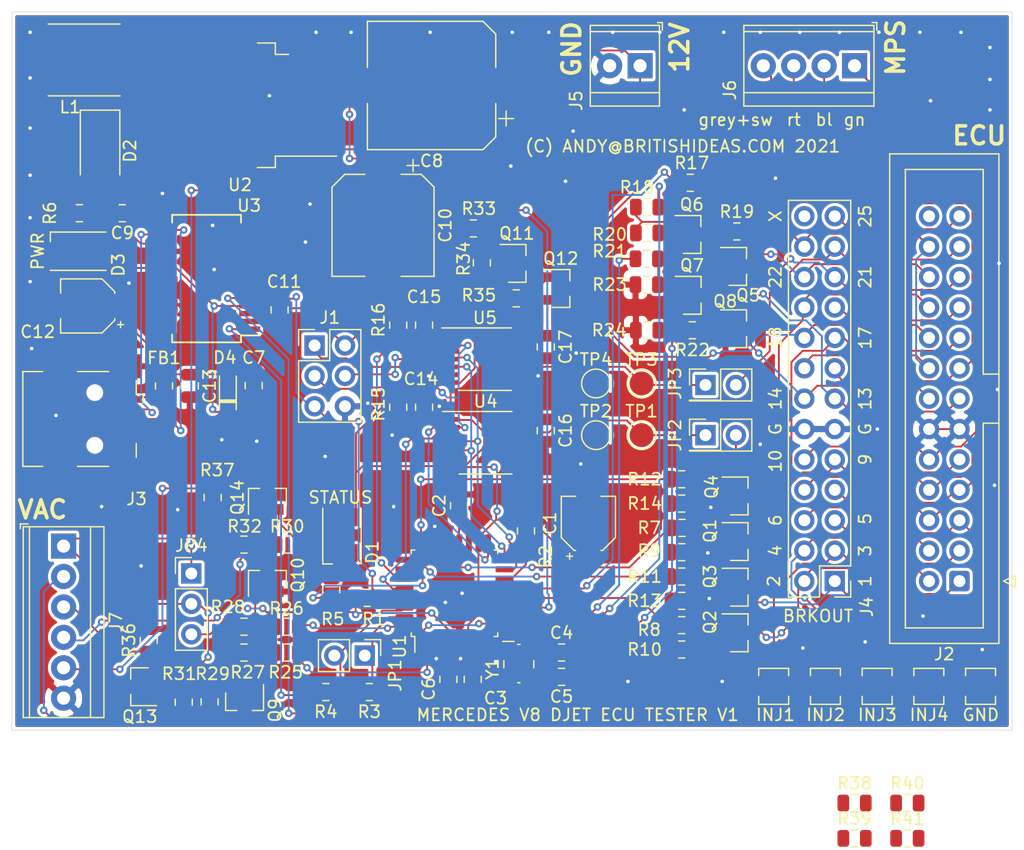
<source format=kicad_pcb>
(kicad_pcb (version 20171130) (host pcbnew "(5.1.6)-1")
  (layers (0 F.Cu signal) (31 B.Cu signal) (34 B.Paste user) (35 F.Paste user) (36 B.SilkS user) (37 F.SilkS user) (38 B.Mask user) (39 F.Mask user) (44 Edge.Cuts user))
  (net 0 "")
  (net 1 GND)
  (net 2 +5V)
  (net 3 "Net-(C2-Pad1)")
  (net 4 "Net-(C4-Pad1)")
  (net 5 "Net-(C5-Pad2)")
  (net 6 VBUS)
  (net 7 +12V)
  (net 8 +3V3)
  (net 9 "Net-(C11-Pad2)")
  (net 10 /~RESET)
  (net 11 "Net-(D1-Pad1)")
  (net 12 "Net-(D2-Pad1)")
  (net 13 "Net-(D3-Pad1)")
  (net 14 "Net-(FB1-Pad1)")
  (net 15 /MISO)
  (net 16 /SCK)
  (net 17 /MOSI)
  (net 18 /ECU_AIRTEMP)
  (net 19 /ECU_INJGROUP1)
  (net 20 /ECU_INJGROUP3)
  (net 21 /MPS-7)
  (net 22 /ECU_TPSACCEL1)
  (net 23 /ECU_TRIGGERGROUP2)
  (net 24 /MPS-15)
  (net 25 /ECU_TPSIDLE)
  (net 26 /ECU_FUELPUMPRELAY)
  (net 27 /ECU_TRIGGERGROUP1)
  (net 28 /ECU_COOLANTTEMP)
  (net 29 /ECU_DIAGGROUP13)
  (net 30 /ECU_TPSWOT)
  (net 31 /ECU_INJGROUP2)
  (net 32 /ECU_INJGROUP4)
  (net 33 /MPS-8)
  (net 34 /MPS-10)
  (net 35 /ECU_TRIGGERGROUP4)
  (net 36 /ECU_COLDSTARTRELAY)
  (net 37 /ECU_TPSACCEL2)
  (net 38 /ECU_TRIGGERGROUP3)
  (net 39 "Net-(J2-Pad26)")
  (net 40 "Net-(J3-Pad2)")
  (net 41 "Net-(J3-Pad3)")
  (net 42 "Net-(J4-Pad26)")
  (net 43 "Net-(J7-Pad3)")
  (net 44 "Net-(J7-Pad4)")
  (net 45 "Net-(JP1-Pad1)")
  (net 46 "Net-(JP1-Pad2)")
  (net 47 "Net-(JP2-Pad1)")
  (net 48 "Net-(JP3-Pad1)")
  (net 49 "Net-(Q1-Pad1)")
  (net 50 "Net-(Q2-Pad1)")
  (net 51 "Net-(Q3-Pad1)")
  (net 52 "Net-(Q4-Pad1)")
  (net 53 "Net-(Q5-Pad1)")
  (net 54 "Net-(Q6-Pad1)")
  (net 55 "Net-(Q7-Pad1)")
  (net 56 "Net-(Q8-Pad1)")
  (net 57 "Net-(Q9-Pad1)")
  (net 58 "Net-(Q10-Pad1)")
  (net 59 "Net-(R2-Pad2)")
  (net 60 /TX)
  (net 61 /RX)
  (net 62 /STATUS)
  (net 63 /TPSIDLE)
  (net 64 /TPSWOT)
  (net 65 /TPSACCEL1)
  (net 66 /TPSACCEL2)
  (net 67 /~AIRTEMP_CS)
  (net 68 /~COOLANTTEMP_CS)
  (net 69 /TRIGGERGROUP1)
  (net 70 /TRIGGERGROUP2)
  (net 71 /TRIGGERGROUP3)
  (net 72 /TRIGGERGROUP4)
  (net 73 /VAC1)
  (net 74 /VAC2)
  (net 75 /CSV)
  (net 76 "Net-(U1-Pad19)")
  (net 77 "Net-(U1-Pad22)")
  (net 78 "Net-(U3-Pad3)")
  (net 79 "Net-(U3-Pad6)")
  (net 80 "Net-(U3-Pad9)")
  (net 81 "Net-(U3-Pad10)")
  (net 82 "Net-(U3-Pad11)")
  (net 83 "Net-(U3-Pad12)")
  (net 84 "Net-(U3-Pad13)")
  (net 85 "Net-(U3-Pad14)")
  (net 86 "Net-(U3-Pad19)")
  (net 87 "Net-(U3-Pad22)")
  (net 88 "Net-(U3-Pad23)")
  (net 89 "Net-(U3-Pad27)")
  (net 90 "Net-(U3-Pad28)")
  (net 91 "Net-(U4-Pad13)")
  (net 92 "Net-(U4-Pad8)")
  (net 93 "Net-(U5-Pad8)")
  (net 94 "Net-(U5-Pad13)")
  (net 95 "Net-(Q11-Pad1)")
  (net 96 "Net-(Q11-Pad3)")
  (net 97 "Net-(J7-Pad5)")
  (net 98 "Net-(J7-Pad2)")
  (net 99 /Vacuum/VACVCC)
  (net 100 "Net-(Q13-Pad1)")
  (net 101 "Net-(Q14-Pad1)")
  (module Resistor_SMD:R_0805_2012Metric (layer F.Cu) (at 248.758 135.538)
    (fp_text reference R41 (at 0 -1.65) (layer F.SilkS))
    (fp_text value 2.4)
    (pad 2 smd roundrect (at 0.9375 0) (size 0.975 1.4) (layers F.Cu F.Paste F.Mask) (net 1 GND))
    (pad 1 smd roundrect (at -0.9375 0) (size 0.975 1.4) (layers F.Cu F.Paste F.Mask) (net 32 /ECU_INJGROUP4))
  )
  (module Resistor_SMD:R_0805_2012Metric (layer F.Cu) (at 248.758 132.588)
    (fp_text reference R40 (at 0 -1.65) (layer F.SilkS))
    (fp_text value 2.4)
    (pad 2 smd roundrect (at 0.9375 0) (size 0.975 1.4) (layers F.Cu F.Paste F.Mask) (net 1 GND))
    (pad 1 smd roundrect (at -0.9375 0) (size 0.975 1.4) (layers F.Cu F.Paste F.Mask) (net 20 /ECU_INJGROUP3))
  )
  (module Resistor_SMD:R_0805_2012Metric (layer F.Cu) (at 244.348 135.538)
    (fp_text reference R39 (at 0 -1.65) (layer F.SilkS))
    (fp_text value 2.4)
    (pad 2 smd roundrect (at 0.9375 0) (size 0.975 1.4) (layers F.Cu F.Paste F.Mask) (net 1 GND))
    (pad 1 smd roundrect (at -0.9375 0) (size 0.975 1.4) (layers F.Cu F.Paste F.Mask) (net 31 /ECU_INJGROUP2))
  )
  (module Resistor_SMD:R_0805_2012Metric (layer F.Cu) (at 244.348 132.588)
    (fp_text reference R38 (at 0 -1.65) (layer F.SilkS))
    (fp_text value 2.4)
    (pad 2 smd roundrect (at 0.9375 0) (size 0.975 1.4) (layers F.Cu F.Paste F.Mask) (net 1 GND))
    (pad 1 smd roundrect (at -0.9375 0) (size 0.975 1.4) (layers F.Cu F.Paste F.Mask) (net 19 /ECU_INJGROUP1))
  )
  (module Britishideas:FA-238 (layer F.Cu) (at 216.319 120.988 270)
    (fp_text reference Y1 (at 0.4 2.2 90) (layer F.SilkS))
    (fp_text value "FA-238 16.0000MB-C3")
    (pad 4 smd rect (at -1.1 -0.8 270) (size 1.4 1.2) (layers F.Cu F.Paste F.Mask) (net 1 GND))
    (pad 3 smd rect (at 1.1 -0.8 270) (size 1.4 1.2) (layers F.Cu F.Paste F.Mask) (net 5 "Net-(C5-Pad2)"))
    (pad 1 smd rect (at -1.1 0.8 270) (size 1.4 1.2) (layers F.Cu F.Paste F.Mask) (net 4 "Net-(C4-Pad1)"))
    (pad 2 smd rect (at 1.1 0.8 270) (size 1.4 1.2) (layers F.Cu F.Paste F.Mask) (net 1 GND))
  )
  (module Resistor_SMD:R_0805_2012Metric (layer F.Cu) (at 190.754 107.061 270)
    (fp_text reference R37 (at -2.286 -0.381 180) (layer F.SilkS))
    (fp_text value 10k)
    (pad 2 smd roundrect (at 0.9375 0 270) (size 0.975 1.4) (layers F.Cu F.Paste F.Mask) (net 1 GND))
    (pad 1 smd roundrect (at -0.9375 0 270) (size 0.975 1.4) (layers F.Cu F.Paste F.Mask) (net 97 "Net-(J7-Pad5)"))
  )
  (module Resistor_SMD:R_0805_2012Metric (layer F.Cu) (at 185.42 118.999 90)
    (fp_text reference R36 (at 0 -1.65 90) (layer F.SilkS))
    (fp_text value 10k)
    (pad 2 smd roundrect (at 0.9375 0 90) (size 0.975 1.4) (layers F.Cu F.Paste F.Mask) (net 1 GND))
    (pad 1 smd roundrect (at -0.9375 0 90) (size 0.975 1.4) (layers F.Cu F.Paste F.Mask) (net 43 "Net-(J7-Pad3)"))
  )
  (module Resistor_SMD:R_0805_2012Metric (layer F.Cu) (at 193.3725 110.998)
    (fp_text reference R32 (at 0.0485 -1.524) (layer F.SilkS))
    (fp_text value 1k)
    (pad 2 smd roundrect (at 0.9375 0) (size 0.975 1.4) (layers F.Cu F.Paste F.Mask) (net 44 "Net-(J7-Pad4)"))
    (pad 1 smd roundrect (at -0.9375 0) (size 0.975 1.4) (layers F.Cu F.Paste F.Mask) (net 101 "Net-(Q14-Pad1)"))
  )
  (module Resistor_SMD:R_0805_2012Metric (layer F.Cu) (at 188.341 124.1575 270)
    (fp_text reference R31 (at -2.3645 0.381 180) (layer F.SilkS))
    (fp_text value 1k)
    (pad 2 smd roundrect (at 0.9375 0 270) (size 0.975 1.4) (layers F.Cu F.Paste F.Mask) (net 98 "Net-(J7-Pad2)"))
    (pad 1 smd roundrect (at -0.9375 0 270) (size 0.975 1.4) (layers F.Cu F.Paste F.Mask) (net 100 "Net-(Q13-Pad1)"))
  )
  (module Resistor_SMD:R_0805_2012Metric (layer F.Cu) (at 197.0255 110.998 180)
    (fp_text reference R30 (at 0.0485 1.524) (layer F.SilkS))
    (fp_text value 10k)
    (pad 2 smd roundrect (at 0.9375 0 180) (size 0.975 1.4) (layers F.Cu F.Paste F.Mask) (net 44 "Net-(J7-Pad4)"))
    (pad 1 smd roundrect (at -0.9375 0 180) (size 0.975 1.4) (layers F.Cu F.Paste F.Mask) (net 99 /Vacuum/VACVCC))
  )
  (module Resistor_SMD:R_0805_2012Metric (layer F.Cu) (at 190.5 124.1275 270)
    (fp_text reference R29 (at -2.3345 -0.254 180) (layer F.SilkS))
    (fp_text value 10k)
    (pad 2 smd roundrect (at 0.9375 0 270) (size 0.975 1.4) (layers F.Cu F.Paste F.Mask) (net 98 "Net-(J7-Pad2)"))
    (pad 1 smd roundrect (at -0.9375 0 270) (size 0.975 1.4) (layers F.Cu F.Paste F.Mask) (net 99 /Vacuum/VACVCC))
  )
  (module Package_TO_SOT_SMD:SOT-23 (layer F.Cu) (at 195.326 107.061 90)
    (fp_text reference Q14 (at 0 -2.5 90) (layer F.SilkS))
    (fp_text value MMBT3906LT1G)
    (pad 3 smd rect (at 1 0 90) (size 0.9 0.8) (layers F.Cu F.Paste F.Mask) (net 97 "Net-(J7-Pad5)"))
    (pad 2 smd rect (at -1 0.95 90) (size 0.9 0.8) (layers F.Cu F.Paste F.Mask) (net 99 /Vacuum/VACVCC))
    (pad 1 smd rect (at -1 -0.95 90) (size 0.9 0.8) (layers F.Cu F.Paste F.Mask) (net 101 "Net-(Q14-Pad1)"))
  )
  (module Package_TO_SOT_SMD:SOT-23 (layer F.Cu) (at 184.674 122.87 180)
    (fp_text reference Q13 (at 0 -2.5) (layer F.SilkS))
    (fp_text value MMBT3906LT1G)
    (pad 3 smd rect (at 1 0 180) (size 0.9 0.8) (layers F.Cu F.Paste F.Mask) (net 43 "Net-(J7-Pad3)"))
    (pad 2 smd rect (at -1 0.95 180) (size 0.9 0.8) (layers F.Cu F.Paste F.Mask) (net 99 /Vacuum/VACVCC))
    (pad 1 smd rect (at -1 -0.95 180) (size 0.9 0.8) (layers F.Cu F.Paste F.Mask) (net 100 "Net-(Q13-Pad1)"))
  )
  (module TerminalBlock_TE-Connectivity:TerminalBlock_TE_282834-6_1x06_P2.54mm_Horizontal (layer F.Cu) (at 178.308 111.125 270)
    (fp_text reference J7 (at 6.35 -4.37 90) (layer F.SilkS))
    (fp_text value VAC)
    (pad 6 thru_hole circle (at 12.7 0 270) (size 2.1 2.1) (drill 1.1) (layers *.Cu *.Mask) (net 1 GND))
    (pad 5 thru_hole circle (at 10.16 0 270) (size 2.1 2.1) (drill 1.1) (layers *.Cu *.Mask) (net 97 "Net-(J7-Pad5)"))
    (pad 4 thru_hole circle (at 7.62 0 270) (size 2.1 2.1) (drill 1.1) (layers *.Cu *.Mask) (net 44 "Net-(J7-Pad4)"))
    (pad 3 thru_hole circle (at 5.08 0 270) (size 2.1 2.1) (drill 1.1) (layers *.Cu *.Mask) (net 43 "Net-(J7-Pad3)"))
    (pad 2 thru_hole circle (at 2.54 0 270) (size 2.1 2.1) (drill 1.1) (layers *.Cu *.Mask) (net 98 "Net-(J7-Pad2)"))
    (pad 1 thru_hole rect (at 0 0 270) (size 2.1 2.1) (drill 1.1) (layers *.Cu *.Mask) (net 99 /Vacuum/VACVCC))
  )
  (module TestPoint:TestPoint_Pad_D2.0mm (layer F.Cu) (at 222.758 97.536)
    (fp_text reference TP4 (at 0 -1.998) (layer F.SilkS))
    (fp_text value TestPoint)
    (pad 1 smd circle (at 0 0) (size 2 2) (layers F.Cu F.Mask) (net 1 GND))
  )
  (module TestPoint:TestPoint_Pad_D2.0mm (layer F.Cu) (at 226.568 97.536)
    (fp_text reference TP3 (at 0 -1.998) (layer F.SilkS))
    (fp_text value TestPoint)
    (pad 1 smd circle (at 0 0) (size 2 2) (layers F.Cu F.Mask) (net 48 "Net-(JP3-Pad1)"))
  )
  (module TestPoint:TestPoint_Pad_D2.0mm (layer F.Cu) (at 222.758 101.854)
    (fp_text reference TP2 (at 0 -1.998) (layer F.SilkS))
    (fp_text value TestPoint)
    (pad 1 smd circle (at 0 0) (size 2 2) (layers F.Cu F.Mask) (net 1 GND))
  )
  (module TestPoint:TestPoint_Pad_D2.0mm (layer F.Cu) (at 226.568 101.854)
    (fp_text reference TP1 (at 0 -1.998) (layer F.SilkS))
    (fp_text value TestPoint)
    (pad 1 smd circle (at 0 0) (size 2 2) (layers F.Cu F.Mask) (net 47 "Net-(JP2-Pad1)"))
  )
  (module Capacitor_SMD:CP_Elec_4x5.8 (layer F.Cu) (at 222.123 109.22 90)
    (fp_text reference C1 (at 0 -3.2 90) (layer F.SilkS))
    (fp_text value "4.7uF e")
    (pad 2 smd roundrect (at 1.8 0 90) (size 2.6 1.6) (layers F.Cu F.Paste F.Mask) (roundrect_rratio 0.15625) (net 1 GND))
    (pad 1 smd roundrect (at -1.8 0 90) (size 2.6 1.6) (layers F.Cu F.Paste F.Mask) (roundrect_rratio 0.15625) (net 2 +5V))
  )
  (module Capacitor_SMD:C_0805_2012Metric (layer F.Cu) (at 211.328 107.7445 90)
    (fp_text reference C2 (at 0 -1.65 90) (layer F.SilkS))
    (fp_text value 100nF)
    (pad 1 smd roundrect (at -0.9375 0 90) (size 0.975 1.4) (layers F.Cu F.Paste F.Mask) (net 3 "Net-(C2-Pad1)"))
    (pad 2 smd roundrect (at 0.9375 0 90) (size 0.975 1.4) (layers F.Cu F.Paste F.Mask) (net 1 GND))
  )
  (module Capacitor_SMD:C_0805_2012Metric (layer F.Cu) (at 212.471 122.2525 270)
    (fp_text reference C3 (at 1.5725 -1.905) (layer F.SilkS))
    (fp_text value 1uF)
    (pad 2 smd roundrect (at 0.9375 0 270) (size 0.975 1.4) (layers F.Cu F.Paste F.Mask) (net 1 GND))
    (pad 1 smd roundrect (at -0.9375 0 270) (size 0.975 1.4) (layers F.Cu F.Paste F.Mask) (net 2 +5V))
  )
  (module Capacitor_SMD:C_0805_2012Metric (layer F.Cu) (at 219.8855 120.015)
    (fp_text reference C4 (at 0 -1.65) (layer F.SilkS))
    (fp_text value 18pF)
    (pad 1 smd roundrect (at -0.9375 0) (size 0.975 1.4) (layers F.Cu F.Paste F.Mask) (net 4 "Net-(C4-Pad1)"))
    (pad 2 smd roundrect (at 0.9375 0) (size 0.975 1.4) (layers F.Cu F.Paste F.Mask) (net 1 GND))
  )
  (module Capacitor_SMD:C_0805_2012Metric (layer F.Cu) (at 219.8855 122.047 180)
    (fp_text reference C5 (at 0 -1.65) (layer F.SilkS))
    (fp_text value 18pF)
    (pad 1 smd roundrect (at -0.9375 0 180) (size 0.975 1.4) (layers F.Cu F.Paste F.Mask) (net 1 GND))
    (pad 2 smd roundrect (at 0.9375 0 180) (size 0.975 1.4) (layers F.Cu F.Paste F.Mask) (net 5 "Net-(C5-Pad2)"))
  )
  (module Capacitor_SMD:C_0805_2012Metric (layer F.Cu) (at 210.439 122.2525 270)
    (fp_text reference C6 (at 0.8105 1.651 90) (layer F.SilkS))
    (fp_text value 1uF)
    (pad 2 smd roundrect (at 0.9375 0 270) (size 0.975 1.4) (layers F.Cu F.Paste F.Mask) (net 1 GND))
    (pad 1 smd roundrect (at -0.9375 0 270) (size 0.975 1.4) (layers F.Cu F.Paste F.Mask) (net 2 +5V))
  )
  (module Capacitor_SMD:C_0805_2012Metric (layer F.Cu) (at 194.183 97.7115 90)
    (fp_text reference C7 (at 2.3345 0 180) (layer F.SilkS))
    (fp_text value 10nF)
    (pad 2 smd roundrect (at 0.9375 0 90) (size 0.975 1.4) (layers F.Cu F.Paste F.Mask) (net 6 VBUS))
    (pad 1 smd roundrect (at -0.9375 0 90) (size 0.975 1.4) (layers F.Cu F.Paste F.Mask) (net 1 GND))
  )
  (module Capacitor_SMD:CP_Elec_10x10.5 (layer F.Cu) (at 209.033 72.644 180)
    (fp_text reference C8 (at 0 -6.3) (layer F.SilkS))
    (fp_text value "680uF e")
    (pad 1 smd roundrect (at -4.2 0 180) (size 4.4 2.5) (layers F.Cu F.Paste F.Mask) (roundrect_rratio 0.1) (net 7 +12V))
    (pad 2 smd roundrect (at 4.2 0 180) (size 4.4 2.5) (layers F.Cu F.Paste F.Mask) (roundrect_rratio 0.1) (net 1 GND))
  )
  (module Capacitor_SMD:C_0805_2012Metric (layer F.Cu) (at 183.2125 83.312 180)
    (fp_text reference C9 (at 0 -1.65) (layer F.SilkS))
    (fp_text value 100nF)
    (pad 1 smd roundrect (at -0.9375 0 180) (size 0.975 1.4) (layers F.Cu F.Paste F.Mask) (net 8 +3V3))
    (pad 2 smd roundrect (at 0.9375 0 180) (size 0.975 1.4) (layers F.Cu F.Paste F.Mask) (net 1 GND))
  )
  (module Capacitor_SMD:CP_Elec_8x6.5 (layer F.Cu) (at 204.978 84.326 270)
    (fp_text reference C10 (at 0 -5.2 90) (layer F.SilkS))
    (fp_text value "220uF e")
    (pad 1 smd roundrect (at -3.05 0 270) (size 4 2.5) (layers F.Cu F.Paste F.Mask) (roundrect_rratio 0.1) (net 2 +5V))
    (pad 2 smd roundrect (at 3.05 0 270) (size 4 2.5) (layers F.Cu F.Paste F.Mask) (roundrect_rratio 0.1) (net 1 GND))
  )
  (module Capacitor_SMD:C_0805_2012Metric (layer F.Cu) (at 196.342 91.3915 270)
    (fp_text reference C11 (at -2.3645 -0.381 180) (layer F.SilkS))
    (fp_text value 100nF)
    (pad 2 smd roundrect (at 0.9375 0 270) (size 0.975 1.4) (layers F.Cu F.Paste F.Mask) (net 9 "Net-(C11-Pad2)"))
    (pad 1 smd roundrect (at -0.9375 0 270) (size 0.975 1.4) (layers F.Cu F.Paste F.Mask) (net 10 /~RESET))
  )
  (module Capacitor_SMD:CP_Elec_4x5.8 (layer F.Cu) (at 180.318 91.059 180)
    (fp_text reference C12 (at 4.169 -2.159) (layer F.SilkS))
    (fp_text value "4.7uF 16V e")
    (pad 1 smd roundrect (at -1.8 0 180) (size 2.6 1.6) (layers F.Cu F.Paste F.Mask) (roundrect_rratio 0.15625) (net 6 VBUS))
    (pad 2 smd roundrect (at 1.8 0 180) (size 2.6 1.6) (layers F.Cu F.Paste F.Mask) (roundrect_rratio 0.15625) (net 1 GND))
  )
  (module Capacitor_SMD:C_0805_2012Metric (layer F.Cu) (at 188.849 97.7415 270)
    (fp_text reference C13 (at 0 -1.65 90) (layer F.SilkS))
    (fp_text value 100nF)
    (pad 1 smd roundrect (at -0.9375 0 270) (size 0.975 1.4) (layers F.Cu F.Paste F.Mask) (net 6 VBUS))
    (pad 2 smd roundrect (at 0.9375 0 270) (size 0.975 1.4) (layers F.Cu F.Paste F.Mask) (net 1 GND))
  )
  (module LED_SMD:LED_PLCC-2 (layer F.Cu) (at 201.549 110.212 90)
    (fp_text reference D1 (at -1.421 2.54 270) (layer F.SilkS))
    (fp_text value RED)
    (pad 1 smd rect (at -1.5 0 90) (size 1.5 2.6) (layers F.Cu F.Paste F.Mask) (net 11 "Net-(D1-Pad1)"))
    (pad 2 smd rect (at 1.5 0 90) (size 1.5 2.6) (layers F.Cu F.Paste F.Mask) (net 2 +5V))
  )
  (module Diode_SMD:D_SMA (layer F.Cu) (at 181.356 78.105 270)
    (fp_text reference D2 (at 0 -2.5 90) (layer F.SilkS))
    (fp_text value B360A-13-F)
    (pad 1 smd rect (at -2 0 270) (size 2.5 1.8) (layers F.Cu F.Paste F.Mask) (net 12 "Net-(D2-Pad1)"))
    (pad 2 smd rect (at 2 0 270) (size 2.5 1.8) (layers F.Cu F.Paste F.Mask) (net 1 GND))
  )
  (module LED_SMD:LED_PLCC-2 (layer F.Cu) (at 179.602 86.487)
    (fp_text reference D3 (at 3.278 1.143 90) (layer F.SilkS))
    (fp_text value PWR)
    (pad 2 smd rect (at 1.5 0) (size 1.5 2.6) (layers F.Cu F.Paste F.Mask) (net 2 +5V))
    (pad 1 smd rect (at -1.5 0) (size 1.5 2.6) (layers F.Cu F.Paste F.Mask) (net 13 "Net-(D3-Pad1)"))
  )
  (module Britishideas:SOD-123 (layer F.Cu) (at 192.024 99.917 90)
    (fp_text reference D4 (at 4.54 -0.254 180) (layer F.SilkS))
    (fp_text value MBR0520LT1G)
    (pad 1 smd rect (at 0 0 90) (size 0.91 1.22) (layers F.Cu F.Paste F.Mask) (net 2 +5V))
    (pad 2 smd rect (at 3.27 0 90) (size 0.91 1.22) (layers F.Cu F.Paste F.Mask) (net 6 VBUS))
  )
  (module Resistor_SMD:R_0805_2012Metric (layer F.Cu) (at 186.69 97.7415 90)
    (fp_text reference FB1 (at 2.3345 0 180) (layer F.SilkS))
    (fp_text value MI0805K400R-10)
    (pad 1 smd roundrect (at -0.9375 0 90) (size 0.975 1.4) (layers F.Cu F.Paste F.Mask) (net 14 "Net-(FB1-Pad1)"))
    (pad 2 smd roundrect (at 0.9375 0 90) (size 0.975 1.4) (layers F.Cu F.Paste F.Mask) (net 6 VBUS))
  )
  (module Connector_PinHeader_2.54mm:PinHeader_2x03_P2.54mm_Vertical (layer F.Cu) (at 199.263 94.361)
    (fp_text reference J1 (at 1.27 -2.33) (layer F.SilkS))
    (fp_text value ISP)
    (pad 1 thru_hole rect (at 0 0) (size 1.7 1.7) (drill 1) (layers *.Cu *.Mask) (net 15 /MISO))
    (pad 2 thru_hole oval (at 2.54 0) (size 1.7 1.7) (drill 1) (layers *.Cu *.Mask) (net 2 +5V))
    (pad 3 thru_hole oval (at 0 2.54) (size 1.7 1.7) (drill 1) (layers *.Cu *.Mask) (net 16 /SCK))
    (pad 4 thru_hole oval (at 2.54 2.54) (size 1.7 1.7) (drill 1) (layers *.Cu *.Mask) (net 17 /MOSI))
    (pad 5 thru_hole oval (at 0 5.08) (size 1.7 1.7) (drill 1) (layers *.Cu *.Mask) (net 10 /~RESET))
    (pad 6 thru_hole oval (at 2.54 5.08) (size 1.7 1.7) (drill 1) (layers *.Cu *.Mask) (net 1 GND))
  )
  (module Connector_IDC:IDC-Header_2x13_P2.54mm_Vertical (layer F.Cu) (at 253.111 114.046 180)
    (fp_text reference J2 (at 1.27 -6.1) (layer F.SilkS))
    (fp_text value ECU)
    (pad 1 thru_hole roundrect (at 0 0 180) (size 1.7 1.7) (drill 1) (layers *.Cu *.Mask) (roundrect_rratio 0.147059) (net 18 /ECU_AIRTEMP))
    (pad 3 thru_hole circle (at 0 2.54 180) (size 1.7 1.7) (drill 1) (layers *.Cu *.Mask) (net 19 /ECU_INJGROUP1))
    (pad 5 thru_hole circle (at 0 5.08 180) (size 1.7 1.7) (drill 1) (layers *.Cu *.Mask) (net 20 /ECU_INJGROUP3))
    (pad 7 thru_hole circle (at 0 7.62 180) (size 1.7 1.7) (drill 1) (layers *.Cu *.Mask) (net 21 /MPS-7))
    (pad 9 thru_hole circle (at 0 10.16 180) (size 1.7 1.7) (drill 1) (layers *.Cu *.Mask) (net 22 /ECU_TPSACCEL1))
    (pad 11 thru_hole circle (at 0 12.7 180) (size 1.7 1.7) (drill 1) (layers *.Cu *.Mask) (net 1 GND))
    (pad 13 thru_hole circle (at 0 15.24 180) (size 1.7 1.7) (drill 1) (layers *.Cu *.Mask) (net 23 /ECU_TRIGGERGROUP2))
    (pad 15 thru_hole circle (at 0 17.78 180) (size 1.7 1.7) (drill 1) (layers *.Cu *.Mask) (net 24 /MPS-15))
    (pad 17 thru_hole circle (at 0 20.32 180) (size 1.7 1.7) (drill 1) (layers *.Cu *.Mask) (net 25 /ECU_TPSIDLE))
    (pad 19 thru_hole circle (at 0 22.86 180) (size 1.7 1.7) (drill 1) (layers *.Cu *.Mask) (net 26 /ECU_FUELPUMPRELAY))
    (pad 21 thru_hole circle (at 0 25.4 180) (size 1.7 1.7) (drill 1) (layers *.Cu *.Mask) (net 27 /ECU_TRIGGERGROUP1))
    (pad 23 thru_hole circle (at 0 27.94 180) (size 1.7 1.7) (drill 1) (layers *.Cu *.Mask) (net 28 /ECU_COOLANTTEMP))
    (pad 25 thru_hole circle (at 0 30.48 180) (size 1.7 1.7) (drill 1) (layers *.Cu *.Mask) (net 29 /ECU_DIAGGROUP13))
    (pad 2 thru_hole circle (at 2.54 0 180) (size 1.7 1.7) (drill 1) (layers *.Cu *.Mask) (net 30 /ECU_TPSWOT))
    (pad 4 thru_hole circle (at 2.54 2.54 180) (size 1.7 1.7) (drill 1) (layers *.Cu *.Mask) (net 31 /ECU_INJGROUP2))
    (pad 6 thru_hole circle (at 2.54 5.08 180) (size 1.7 1.7) (drill 1) (layers *.Cu *.Mask) (net 32 /ECU_INJGROUP4))
    (pad 8 thru_hole circle (at 2.54 7.62 180) (size 1.7 1.7) (drill 1) (layers *.Cu *.Mask) (net 33 /MPS-8))
    (pad 10 thru_hole circle (at 2.54 10.16 180) (size 1.7 1.7) (drill 1) (layers *.Cu *.Mask) (net 34 /MPS-10))
    (pad 12 thru_hole circle (at 2.54 12.7 180) (size 1.7 1.7) (drill 1) (layers *.Cu *.Mask) (net 1 GND))
    (pad 14 thru_hole circle (at 2.54 15.24 180) (size 1.7 1.7) (drill 1) (layers *.Cu *.Mask) (net 35 /ECU_TRIGGERGROUP4))
    (pad 16 thru_hole circle (at 2.54 17.78 180) (size 1.7 1.7) (drill 1) (layers *.Cu *.Mask) (net 7 +12V))
    (pad 18 thru_hole circle (at 2.54 20.32 180) (size 1.7 1.7) (drill 1) (layers *.Cu *.Mask) (net 36 /ECU_COLDSTARTRELAY))
    (pad 20 thru_hole circle (at 2.54 22.86 180) (size 1.7 1.7) (drill 1) (layers *.Cu *.Mask) (net 37 /ECU_TPSACCEL2))
    (pad 22 thru_hole circle (at 2.54 25.4 180) (size 1.7 1.7) (drill 1) (layers *.Cu *.Mask) (net 38 /ECU_TRIGGERGROUP3))
    (pad 24 thru_hole circle (at 2.54 27.94 180) (size 1.7 1.7) (drill 1) (layers *.Cu *.Mask) (net 7 +12V))
    (pad 26 thru_hole circle (at 2.54 30.48 180) (size 1.7 1.7) (drill 1) (layers *.Cu *.Mask) (net 39 "Net-(J2-Pad26)"))
  )
  (module Connector_USB:USB_Mini-B_Wuerth_65100516121_Horizontal (layer F.Cu) (at 180.915 100.502 270)
    (fp_text reference J3 (at 6.686 -3.489 180) (layer F.SilkS))
    (fp_text value USB_B_Mini)
    (pad 6 smd rect (at -4.4 2.9 270) (size 2 2.5) (layers F.Cu F.Paste F.Mask) (net 1 GND))
    (pad 6 smd rect (at 4.4 2.9 270) (size 2 2.5) (layers F.Cu F.Paste F.Mask) (net 1 GND))
    (pad 6 smd rect (at -4.4 -2.6 270) (size 2 2.5) (layers F.Cu F.Paste F.Mask) (net 1 GND))
    (pad 6 smd rect (at 4.4 -2.6 270) (size 2 2.5) (layers F.Cu F.Paste F.Mask) (net 1 GND))
    (pad 1 smd rect (at -1.6 -2.6 270) (size 0.5 2.5) (layers F.Cu F.Paste F.Mask) (net 14 "Net-(FB1-Pad1)"))
    (pad 2 smd rect (at -0.8 -2.6 270) (size 0.5 2.5) (layers F.Cu F.Paste F.Mask) (net 40 "Net-(J3-Pad2)"))
    (pad 3 smd rect (at 0 -2.6 270) (size 0.5 2.5) (layers F.Cu F.Paste F.Mask) (net 41 "Net-(J3-Pad3)"))
    (pad 4 smd rect (at 0.8 -2.6 270) (size 0.5 2.5) (layers F.Cu F.Paste F.Mask) (net 1 GND))
    (pad 5 smd rect (at 1.6 -2.6 270) (size 0.5 2.5) (layers F.Cu F.Paste F.Mask) (net 1 GND))
    (pad "" np_thru_hole circle (at -2.2 0 270) (size 0.9 0.9) (drill 0.9) (layers *.Cu *.Mask))
    (pad "" np_thru_hole circle (at 2.2 0 270) (size 0.9 0.9) (drill 0.9) (layers *.Cu *.Mask))
  )
  (module Connector_PinHeader_2.54mm:PinHeader_2x13_P2.54mm_Vertical (layer F.Cu) (at 242.697 114.046 180)
    (fp_text reference J4 (at -2.667 -2.159 90) (layer F.SilkS))
    (fp_text value BREAKOUT)
    (pad 1 thru_hole rect (at 0 0 180) (size 1.7 1.7) (drill 1) (layers *.Cu *.Mask) (net 18 /ECU_AIRTEMP))
    (pad 2 thru_hole oval (at 2.54 0 180) (size 1.7 1.7) (drill 1) (layers *.Cu *.Mask) (net 30 /ECU_TPSWOT))
    (pad 3 thru_hole oval (at 0 2.54 180) (size 1.7 1.7) (drill 1) (layers *.Cu *.Mask) (net 19 /ECU_INJGROUP1))
    (pad 4 thru_hole oval (at 2.54 2.54 180) (size 1.7 1.7) (drill 1) (layers *.Cu *.Mask) (net 31 /ECU_INJGROUP2))
    (pad 5 thru_hole oval (at 0 5.08 180) (size 1.7 1.7) (drill 1) (layers *.Cu *.Mask) (net 20 /ECU_INJGROUP3))
    (pad 6 thru_hole oval (at 2.54 5.08 180) (size 1.7 1.7) (drill 1) (layers *.Cu *.Mask) (net 32 /ECU_INJGROUP4))
    (pad 7 thru_hole oval (at 0 7.62 180) (size 1.7 1.7) (drill 1) (layers *.Cu *.Mask) (net 21 /MPS-7))
    (pad 8 thru_hole oval (at 2.54 7.62 180) (size 1.7 1.7) (drill 1) (layers *.Cu *.Mask) (net 33 /MPS-8))
    (pad 9 thru_hole oval (at 0 10.16 180) (size 1.7 1.7) (drill 1) (layers *.Cu *.Mask) (net 22 /ECU_TPSACCEL1))
    (pad 10 thru_hole oval (at 2.54 10.16 180) (size 1.7 1.7) (drill 1) (layers *.Cu *.Mask) (net 34 /MPS-10))
    (pad 11 thru_hole oval (at 0 12.7 180) (size 1.7 1.7) (drill 1) (layers *.Cu *.Mask) (net 1 GND))
    (pad 12 thru_hole oval (at 2.54 12.7 180) (size 1.7 1.7) (drill 1) (layers *.Cu *.Mask) (net 1 GND))
    (pad 13 thru_hole oval (at 0 15.24 180) (size 1.7 1.7) (drill 1) (layers *.Cu *.Mask) (net 23 /ECU_TRIGGERGROUP2))
    (pad 14 thru_hole oval (at 2.54 15.24 180) (size 1.7 1.7) (drill 1) (layers *.Cu *.Mask) (net 35 /ECU_TRIGGERGROUP4))
    (pad 15 thru_hole oval (at 0 17.78 180) (size 1.7 1.7) (drill 1) (layers *.Cu *.Mask) (net 24 /MPS-15))
    (pad 16 thru_hole oval (at 2.54 17.78 180) (size 1.7 1.7) (drill 1) (layers *.Cu *.Mask) (net 7 +12V))
    (pad 17 thru_hole oval (at 0 20.32 180) (size 1.7 1.7) (drill 1) (layers *.Cu *.Mask) (net 25 /ECU_TPSIDLE))
    (pad 18 thru_hole oval (at 2.54 20.32 180) (size 1.7 1.7) (drill 1) (layers *.Cu *.Mask) (net 36 /ECU_COLDSTARTRELAY))
    (pad 19 thru_hole oval (at 0 22.86 180) (size 1.7 1.7) (drill 1) (layers *.Cu *.Mask) (net 26 /ECU_FUELPUMPRELAY))
    (pad 20 thru_hole oval (at 2.54 22.86 180) (size 1.7 1.7) (drill 1) (layers *.Cu *.Mask) (net 37 /ECU_TPSACCEL2))
    (pad 21 thru_hole oval (at 0 25.4 180) (size 1.7 1.7) (drill 1) (layers *.Cu *.Mask) (net 27 /ECU_TRIGGERGROUP1))
    (pad 22 thru_hole oval (at 2.54 25.4 180) (size 1.7 1.7) (drill 1) (layers *.Cu *.Mask) (net 38 /ECU_TRIGGERGROUP3))
    (pad 23 thru_hole oval (at 0 27.94 180) (size 1.7 1.7) (drill 1) (layers *.Cu *.Mask) (net 28 /ECU_COOLANTTEMP))
    (pad 24 thru_hole oval (at 2.54 27.94 180) (size 1.7 1.7) (drill 1) (layers *.Cu *.Mask) (net 7 +12V))
    (pad 25 thru_hole oval (at 0 30.48 180) (size 1.7 1.7) (drill 1) (layers *.Cu *.Mask) (net 29 /ECU_DIAGGROUP13))
    (pad 26 thru_hole oval (at 2.54 30.48 180) (size 1.7 1.7) (drill 1) (layers *.Cu *.Mask) (net 42 "Net-(J4-Pad26)"))
  )
  (module TerminalBlock_TE-Connectivity:TerminalBlock_TE_282834-2_1x02_P2.54mm_Horizontal (layer F.Cu) (at 226.441 70.993 180)
    (fp_text reference J5 (at 5.334 -2.921 90) (layer F.SilkS))
    (fp_text value "12V IN")
    (pad 1 thru_hole rect (at 0 0 180) (size 2.1 2.1) (drill 1.1) (layers *.Cu *.Mask) (net 7 +12V))
    (pad 2 thru_hole circle (at 2.54 0 180) (size 2.1 2.1) (drill 1.1) (layers *.Cu *.Mask) (net 1 GND))
  )
  (module TerminalBlock_TE-Connectivity:TerminalBlock_TE_282834-4_1x04_P2.54mm_Horizontal (layer F.Cu) (at 244.348 70.993 180)
    (fp_text reference J6 (at 10.414 -2.032 90) (layer F.SilkS))
    (fp_text value MPS)
    (pad 4 thru_hole circle (at 7.62 0 180) (size 2.1 2.1) (drill 1.1) (layers *.Cu *.Mask) (net 24 /MPS-15))
    (pad 3 thru_hole circle (at 5.08 0 180) (size 2.1 2.1) (drill 1.1) (layers *.Cu *.Mask) (net 34 /MPS-10))
    (pad 2 thru_hole circle (at 2.54 0 180) (size 2.1 2.1) (drill 1.1) (layers *.Cu *.Mask) (net 33 /MPS-8))
    (pad 1 thru_hole rect (at 0 0 180) (size 2.1 2.1) (drill 1.1) (layers *.Cu *.Mask) (net 21 /MPS-7))
  )
  (module Connector_PinHeader_2.54mm:PinHeader_1x02_P2.54mm_Vertical (layer F.Cu) (at 203.454 120.269 270)
    (fp_text reference JP1 (at 1.651 -2.54 90) (layer F.SilkS))
    (fp_text value RUN)
    (pad 1 thru_hole rect (at 0 0 270) (size 1.7 1.7) (drill 1) (layers *.Cu *.Mask) (net 45 "Net-(JP1-Pad1)"))
    (pad 2 thru_hole oval (at 0 2.54 270) (size 1.7 1.7) (drill 1) (layers *.Cu *.Mask) (net 46 "Net-(JP1-Pad2)"))
  )
  (module Connector_PinHeader_2.54mm:PinHeader_2x01_P2.54mm_Vertical (layer F.Cu) (at 231.902 101.854)
    (fp_text reference JP2 (at -2.54 0 90) (layer F.SilkS))
    (fp_text value AIRTEMP)
    (pad 1 thru_hole rect (at 0 0) (size 1.7 1.7) (drill 1) (layers *.Cu *.Mask) (net 47 "Net-(JP2-Pad1)"))
    (pad 2 thru_hole oval (at 2.54 0) (size 1.7 1.7) (drill 1) (layers *.Cu *.Mask) (net 18 /ECU_AIRTEMP))
  )
  (module Connector_PinHeader_2.54mm:PinHeader_2x01_P2.54mm_Vertical (layer F.Cu) (at 231.902 97.663)
    (fp_text reference JP3 (at -2.54 -0.127 90) (layer F.SilkS))
    (fp_text value COOLANTTEMP)
    (pad 2 thru_hole oval (at 2.54 0) (size 1.7 1.7) (drill 1) (layers *.Cu *.Mask) (net 28 /ECU_COOLANTTEMP))
    (pad 1 thru_hole rect (at 0 0) (size 1.7 1.7) (drill 1) (layers *.Cu *.Mask) (net 48 "Net-(JP3-Pad1)"))
  )
  (module Connector_PinHeader_2.54mm:PinHeader_1x03_P2.54mm_Vertical (layer F.Cu) (at 188.976 113.411)
    (fp_text reference JP4 (at 0 -2.33) (layer F.SilkS))
    (fp_text value "VAC VCC")
    (pad 1 thru_hole rect (at 0 0) (size 1.7 1.7) (drill 1) (layers *.Cu *.Mask) (net 7 +12V))
    (pad 2 thru_hole oval (at 0 2.54) (size 1.7 1.7) (drill 1) (layers *.Cu *.Mask) (net 99 /Vacuum/VACVCC))
    (pad 3 thru_hole oval (at 0 5.08) (size 1.7 1.7) (drill 1) (layers *.Cu *.Mask) (net 2 +5V))
  )
  (module Britishideas:Wurth-WE-LQS-Inductor (layer F.Cu) (at 180.072 70.485)
    (fp_text reference L1 (at -1.2192 3.9624) (layer F.SilkS))
    (fp_text value 33uH)
    (pad 1 smd rect (at 2.3 0) (size 1.8 5.7) (layers F.Cu F.Paste F.Mask) (net 12 "Net-(D2-Pad1)"))
    (pad 2 smd rect (at -2.3 0) (size 1.8 5.7) (layers F.Cu F.Paste F.Mask) (net 2 +5V))
  )
  (module Package_TO_SOT_SMD:SOT-23 (layer F.Cu) (at 234.696 110.744)
    (fp_text reference Q1 (at -2.413 -0.889 90) (layer F.SilkS))
    (fp_text value MMBT2222ALT1G)
    (pad 1 smd rect (at -1 -0.95) (size 0.9 0.8) (layers F.Cu F.Paste F.Mask) (net 49 "Net-(Q1-Pad1)"))
    (pad 2 smd rect (at -1 0.95) (size 0.9 0.8) (layers F.Cu F.Paste F.Mask) (net 1 GND))
    (pad 3 smd rect (at 1 0) (size 0.9 0.8) (layers F.Cu F.Paste F.Mask) (net 25 /ECU_TPSIDLE))
  )
  (module Package_TO_SOT_SMD:SOT-23 (layer F.Cu) (at 234.696 118.364)
    (fp_text reference Q2 (at -2.413 -0.889 90) (layer F.SilkS))
    (fp_text value MMBT2222ALT1G)
    (pad 1 smd rect (at -1 -0.95) (size 0.9 0.8) (layers F.Cu F.Paste F.Mask) (net 50 "Net-(Q2-Pad1)"))
    (pad 2 smd rect (at -1 0.95) (size 0.9 0.8) (layers F.Cu F.Paste F.Mask) (net 1 GND))
    (pad 3 smd rect (at 1 0) (size 0.9 0.8) (layers F.Cu F.Paste F.Mask) (net 30 /ECU_TPSWOT))
  )
  (module Package_TO_SOT_SMD:SOT-23 (layer F.Cu) (at 234.696 114.554)
    (fp_text reference Q3 (at -2.413 -0.889 90) (layer F.SilkS))
    (fp_text value MMBT2222ALT1G)
    (pad 1 smd rect (at -1 -0.95) (size 0.9 0.8) (layers F.Cu F.Paste F.Mask) (net 51 "Net-(Q3-Pad1)"))
    (pad 2 smd rect (at -1 0.95) (size 0.9 0.8) (layers F.Cu F.Paste F.Mask) (net 1 GND))
    (pad 3 smd rect (at 1 0) (size 0.9 0.8) (layers F.Cu F.Paste F.Mask) (net 22 /ECU_TPSACCEL1))
  )
  (module Package_TO_SOT_SMD:SOT-23 (layer F.Cu) (at 234.696 106.934)
    (fp_text reference Q4 (at -2.286 -0.762 90) (layer F.SilkS))
    (fp_text value MMBT2222ALT1G)
    (pad 3 smd rect (at 1 0) (size 0.9 0.8) (layers F.Cu F.Paste F.Mask) (net 37 /ECU_TPSACCEL2))
    (pad 2 smd rect (at -1 0.95) (size 0.9 0.8) (layers F.Cu F.Paste F.Mask) (net 1 GND))
    (pad 1 smd rect (at -1 -0.95) (size 0.9 0.8) (layers F.Cu F.Paste F.Mask) (net 52 "Net-(Q4-Pad1)"))
  )
  (module Package_TO_SOT_SMD:SOT-23 (layer F.Cu) (at 234.569 87.757)
    (fp_text reference Q5 (at 0.889 2.413 180) (layer F.SilkS))
    (fp_text value MMBT2222ALT1G)
    (pad 1 smd rect (at -1 -0.95) (size 0.9 0.8) (layers F.Cu F.Paste F.Mask) (net 53 "Net-(Q5-Pad1)"))
    (pad 2 smd rect (at -1 0.95) (size 0.9 0.8) (layers F.Cu F.Paste F.Mask) (net 1 GND))
    (pad 3 smd rect (at 1 0) (size 0.9 0.8) (layers F.Cu F.Paste F.Mask) (net 27 /ECU_TRIGGERGROUP1))
  )
  (module Package_TO_SOT_SMD:SOT-23 (layer F.Cu) (at 230.759 85.09)
    (fp_text reference Q6 (at 0 -2.5) (layer F.SilkS))
    (fp_text value MMBT2222ALT1G)
    (pad 3 smd rect (at 1 0) (size 0.9 0.8) (layers F.Cu F.Paste F.Mask) (net 38 /ECU_TRIGGERGROUP3))
    (pad 2 smd rect (at -1 0.95) (size 0.9 0.8) (layers F.Cu F.Paste F.Mask) (net 1 GND))
    (pad 1 smd rect (at -1 -0.95) (size 0.9 0.8) (layers F.Cu F.Paste F.Mask) (net 54 "Net-(Q6-Pad1)"))
  )
  (module Package_TO_SOT_SMD:SOT-23 (layer F.Cu) (at 230.775 90.17)
    (fp_text reference Q7 (at 0 -2.5) (layer F.SilkS))
    (fp_text value MMBT2222ALT1G)
    (pad 1 smd rect (at -1 -0.95) (size 0.9 0.8) (layers F.Cu F.Paste F.Mask) (net 55 "Net-(Q7-Pad1)"))
    (pad 2 smd rect (at -1 0.95) (size 0.9 0.8) (layers F.Cu F.Paste F.Mask) (net 1 GND))
    (pad 3 smd rect (at 1 0) (size 0.9 0.8) (layers F.Cu F.Paste F.Mask) (net 23 /ECU_TRIGGERGROUP2))
  )
  (module Package_TO_SOT_SMD:SOT-23 (layer F.Cu) (at 234.569 92.964)
    (fp_text reference Q8 (at -1.016 -2.286) (layer F.SilkS))
    (fp_text value MMBT2222ALT1G)
    (pad 1 smd rect (at -1 -0.95) (size 0.9 0.8) (layers F.Cu F.Paste F.Mask) (net 56 "Net-(Q8-Pad1)"))
    (pad 2 smd rect (at -1 0.95) (size 0.9 0.8) (layers F.Cu F.Paste F.Mask) (net 1 GND))
    (pad 3 smd rect (at 1 0) (size 0.9 0.8) (layers F.Cu F.Paste F.Mask) (net 35 /ECU_TRIGGERGROUP4))
  )
  (module Package_TO_SOT_SMD:SOT-23 (layer F.Cu) (at 193.421 124.095 270)
    (fp_text reference Q9 (at 0.746 -2.54 90) (layer F.SilkS))
    (fp_text value MMBT2222ALT1G)
    (pad 3 smd rect (at 1 0 270) (size 0.9 0.8) (layers F.Cu F.Paste F.Mask) (net 98 "Net-(J7-Pad2)"))
    (pad 2 smd rect (at -1 0.95 270) (size 0.9 0.8) (layers F.Cu F.Paste F.Mask) (net 1 GND))
    (pad 1 smd rect (at -1 -0.95 270) (size 0.9 0.8) (layers F.Cu F.Paste F.Mask) (net 57 "Net-(Q9-Pad1)"))
  )
  (module Package_TO_SOT_SMD:SOT-23 (layer F.Cu) (at 195.326 113.919 90)
    (fp_text reference Q10 (at 0.381 2.54 90) (layer F.SilkS))
    (fp_text value MMBT2222ALT1G)
    (pad 3 smd rect (at 1 0 90) (size 0.9 0.8) (layers F.Cu F.Paste F.Mask) (net 44 "Net-(J7-Pad4)"))
    (pad 2 smd rect (at -1 0.95 90) (size 0.9 0.8) (layers F.Cu F.Paste F.Mask) (net 1 GND))
    (pad 1 smd rect (at -1 -0.95 90) (size 0.9 0.8) (layers F.Cu F.Paste F.Mask) (net 58 "Net-(Q10-Pad1)"))
  )
  (module Resistor_SMD:R_0805_2012Metric (layer F.Cu) (at 203.6595 115.443)
    (fp_text reference R1 (at 0.5565 1.778) (layer F.SilkS))
    (fp_text value 1K)
    (pad 1 smd roundrect (at -0.9375 0) (size 0.975 1.4) (layers F.Cu F.Paste F.Mask) (net 2 +5V))
    (pad 2 smd roundrect (at 0.9375 0) (size 0.975 1.4) (layers F.Cu F.Paste F.Mask) (net 10 /~RESET))
  )
  (module Resistor_SMD:R_0805_2012Metric (layer F.Cu) (at 216.916 109.855 270)
    (fp_text reference R2 (at 2.159 -1.651 90) (layer F.SilkS))
    (fp_text value 1K)
    (pad 2 smd roundrect (at 0.9375 0 270) (size 0.975 1.4) (layers F.Cu F.Paste F.Mask) (net 59 "Net-(R2-Pad2)"))
    (pad 1 smd roundrect (at -0.9375 0 270) (size 0.975 1.4) (layers F.Cu F.Paste F.Mask) (net 2 +5V))
  )
  (module Resistor_SMD:R_0805_2012Metric (layer F.Cu) (at 203.835 123.317 180)
    (fp_text reference R3 (at 0 -1.65) (layer F.SilkS))
    (fp_text value 1K)
    (pad 2 smd roundrect (at 0.9375 0 180) (size 0.975 1.4) (layers F.Cu F.Paste F.Mask) (net 60 /TX))
    (pad 1 smd roundrect (at -0.9375 0 180) (size 0.975 1.4) (layers F.Cu F.Paste F.Mask) (net 45 "Net-(JP1-Pad1)"))
  )
  (module Resistor_SMD:R_0805_2012Metric (layer F.Cu) (at 200.2005 123.317 180)
    (fp_text reference R4 (at 0 -1.65) (layer F.SilkS))
    (fp_text value 1K)
    (pad 1 smd roundrect (at -0.9375 0 180) (size 0.975 1.4) (layers F.Cu F.Paste F.Mask) (net 46 "Net-(JP1-Pad2)"))
    (pad 2 smd roundrect (at 0.9375 0 180) (size 0.975 1.4) (layers F.Cu F.Paste F.Mask) (net 61 /RX))
  )
  (module Resistor_SMD:R_0805_2012Metric (layer F.Cu) (at 200.66 114.7595 270)
    (fp_text reference R5 (at 2.4615 -0.127 180) (layer F.SilkS))
    (fp_text value 1K)
    (pad 1 smd roundrect (at -0.9375 0 270) (size 0.975 1.4) (layers F.Cu F.Paste F.Mask) (net 11 "Net-(D1-Pad1)"))
    (pad 2 smd roundrect (at 0.9375 0 270) (size 0.975 1.4) (layers F.Cu F.Paste F.Mask) (net 62 /STATUS))
  )
  (module Resistor_SMD:R_0805_2012Metric (layer F.Cu) (at 179.6265 83.312 180)
    (fp_text reference R6 (at 2.4615 0 90) (layer F.SilkS))
    (fp_text value 1K)
    (pad 2 smd roundrect (at 0.9375 0 180) (size 0.975 1.4) (layers F.Cu F.Paste F.Mask) (net 13 "Net-(D3-Pad1)"))
    (pad 1 smd roundrect (at -0.9375 0 180) (size 0.975 1.4) (layers F.Cu F.Paste F.Mask) (net 1 GND))
  )
  (module Resistor_SMD:R_0805_2012Metric (layer F.Cu) (at 229.9485 109.601 180)
    (fp_text reference R7 (at 2.7455 0 180) (layer F.SilkS))
    (fp_text value 1k)
    (pad 1 smd roundrect (at -0.9375 0 180) (size 0.975 1.4) (layers F.Cu F.Paste F.Mask) (net 49 "Net-(Q1-Pad1)"))
    (pad 2 smd roundrect (at 0.9375 0 180) (size 0.975 1.4) (layers F.Cu F.Paste F.Mask) (net 63 /TPSIDLE))
  )
  (module Resistor_SMD:R_0805_2012Metric (layer F.Cu) (at 229.9185 117.729 180)
    (fp_text reference R8 (at 2.7155 -0.381 180) (layer F.SilkS))
    (fp_text value 1k)
    (pad 1 smd roundrect (at -0.9375 0 180) (size 0.975 1.4) (layers F.Cu F.Paste F.Mask) (net 50 "Net-(Q2-Pad1)"))
    (pad 2 smd roundrect (at 0.9375 0 180) (size 0.975 1.4) (layers F.Cu F.Paste F.Mask) (net 64 /TPSWOT))
  )
  (module Resistor_SMD:R_0805_2012Metric (layer F.Cu) (at 229.9185 111.633)
    (fp_text reference R9 (at -2.7155 -0.127 180) (layer F.SilkS))
    (fp_text value 10k)
    (pad 2 smd roundrect (at 0.9375 0) (size 0.975 1.4) (layers F.Cu F.Paste F.Mask) (net 1 GND))
    (pad 1 smd roundrect (at -0.9375 0) (size 0.975 1.4) (layers F.Cu F.Paste F.Mask) (net 49 "Net-(Q1-Pad1)"))
  )
  (module Resistor_SMD:R_0805_2012Metric (layer F.Cu) (at 229.9185 119.761 180)
    (fp_text reference R10 (at 3.0965 0 180) (layer F.SilkS))
    (fp_text value 10k)
    (pad 1 smd roundrect (at -0.9375 0 180) (size 0.975 1.4) (layers F.Cu F.Paste F.Mask) (net 50 "Net-(Q2-Pad1)"))
    (pad 2 smd roundrect (at 0.9375 0 180) (size 0.975 1.4) (layers F.Cu F.Paste F.Mask) (net 1 GND))
  )
  (module Resistor_SMD:R_0805_2012Metric (layer F.Cu) (at 229.9185 113.665 180)
    (fp_text reference R11 (at 3.0965 0 180) (layer F.SilkS))
    (fp_text value 1k)
    (pad 1 smd roundrect (at -0.9375 0 180) (size 0.975 1.4) (layers F.Cu F.Paste F.Mask) (net 51 "Net-(Q3-Pad1)"))
    (pad 2 smd roundrect (at 0.9375 0 180) (size 0.975 1.4) (layers F.Cu F.Paste F.Mask) (net 65 /TPSACCEL1))
  )
  (module Resistor_SMD:R_0805_2012Metric (layer F.Cu) (at 229.9185 105.537 180)
    (fp_text reference R12 (at 3.0965 0 180) (layer F.SilkS))
    (fp_text value 1k)
    (pad 1 smd roundrect (at -0.9375 0 180) (size 0.975 1.4) (layers F.Cu F.Paste F.Mask) (net 52 "Net-(Q4-Pad1)"))
    (pad 2 smd roundrect (at 0.9375 0 180) (size 0.975 1.4) (layers F.Cu F.Paste F.Mask) (net 66 /TPSACCEL2))
  )
  (module Resistor_SMD:R_0805_2012Metric (layer F.Cu) (at 229.9185 115.697)
    (fp_text reference R13 (at -3.0965 0 180) (layer F.SilkS))
    (fp_text value 10k)
    (pad 2 smd roundrect (at 0.9375 0) (size 0.975 1.4) (layers F.Cu F.Paste F.Mask) (net 1 GND))
    (pad 1 smd roundrect (at -0.9375 0) (size 0.975 1.4) (layers F.Cu F.Paste F.Mask) (net 51 "Net-(Q3-Pad1)"))
  )
  (module Resistor_SMD:R_0805_2012Metric (layer F.Cu) (at 229.9185 107.569)
    (fp_text reference R14 (at -3.0965 0 180) (layer F.SilkS))
    (fp_text value 10k)
    (pad 2 smd roundrect (at 0.9375 0) (size 0.975 1.4) (layers F.Cu F.Paste F.Mask) (net 1 GND))
    (pad 1 smd roundrect (at -0.9375 0) (size 0.975 1.4) (layers F.Cu F.Paste F.Mask) (net 52 "Net-(Q4-Pad1)"))
  )
  (module Resistor_SMD:R_0805_2012Metric (layer F.Cu) (at 206.248 99.5195 270)
    (fp_text reference R15 (at -0.254 1.651 90) (layer F.SilkS))
    (fp_text value 100k)
    (pad 2 smd roundrect (at 0.9375 0 270) (size 0.975 1.4) (layers F.Cu F.Paste F.Mask) (net 67 /~AIRTEMP_CS))
    (pad 1 smd roundrect (at -0.9375 0 270) (size 0.975 1.4) (layers F.Cu F.Paste F.Mask) (net 2 +5V))
  )
  (module Resistor_SMD:R_0805_2012Metric (layer F.Cu) (at 206.248 92.6615 270)
    (fp_text reference R16 (at -0.4295 1.651 90) (layer F.SilkS))
    (fp_text value 100k)
    (pad 1 smd roundrect (at -0.9375 0 270) (size 0.975 1.4) (layers F.Cu F.Paste F.Mask) (net 2 +5V))
    (pad 2 smd roundrect (at 0.9375 0 270) (size 0.975 1.4) (layers F.Cu F.Paste F.Mask) (net 68 /~COOLANTTEMP_CS))
  )
  (module Resistor_SMD:R_0805_2012Metric (layer F.Cu) (at 230.632 80.772 180)
    (fp_text reference R17 (at -0.127 1.651) (layer F.SilkS))
    (fp_text value 1k)
    (pad 2 smd roundrect (at 0.9375 0 180) (size 0.975 1.4) (layers F.Cu F.Paste F.Mask) (net 69 /TRIGGERGROUP1))
    (pad 1 smd roundrect (at -0.9375 0 180) (size 0.975 1.4) (layers F.Cu F.Paste F.Mask) (net 53 "Net-(Q5-Pad1)"))
  )
  (module Resistor_SMD:R_0805_2012Metric (layer F.Cu) (at 227.0275 82.804)
    (fp_text reference R18 (at -0.8405 -1.651) (layer F.SilkS))
    (fp_text value 1k)
    (pad 2 smd roundrect (at 0.9375 0) (size 0.975 1.4) (layers F.Cu F.Paste F.Mask) (net 70 /TRIGGERGROUP2))
    (pad 1 smd roundrect (at -0.9375 0) (size 0.975 1.4) (layers F.Cu F.Paste F.Mask) (net 54 "Net-(Q6-Pad1)"))
  )
  (module Resistor_SMD:R_0805_2012Metric (layer F.Cu) (at 234.5205 84.836)
    (fp_text reference R19 (at 0 -1.65) (layer F.SilkS))
    (fp_text value 10k)
    (pad 1 smd roundrect (at -0.9375 0) (size 0.975 1.4) (layers F.Cu F.Paste F.Mask) (net 53 "Net-(Q5-Pad1)"))
    (pad 2 smd roundrect (at 0.9375 0) (size 0.975 1.4) (layers F.Cu F.Paste F.Mask) (net 1 GND))
  )
  (module Resistor_SMD:R_0805_2012Metric (layer F.Cu) (at 227.0275 84.963)
    (fp_text reference R20 (at -3.1265 0.127) (layer F.SilkS))
    (fp_text value 10k)
    (pad 2 smd roundrect (at 0.9375 0) (size 0.975 1.4) (layers F.Cu F.Paste F.Mask) (net 1 GND))
    (pad 1 smd roundrect (at -0.9375 0) (size 0.975 1.4) (layers F.Cu F.Paste F.Mask) (net 54 "Net-(Q6-Pad1)"))
  )
  (module Resistor_SMD:R_0805_2012Metric (layer F.Cu) (at 226.9975 87.122 180)
    (fp_text reference R21 (at 3.0965 0.635 180) (layer F.SilkS))
    (fp_text value 1k)
    (pad 1 smd roundrect (at -0.9375 0 180) (size 0.975 1.4) (layers F.Cu F.Paste F.Mask) (net 55 "Net-(Q7-Pad1)"))
    (pad 2 smd roundrect (at 0.9375 0 180) (size 0.975 1.4) (layers F.Cu F.Paste F.Mask) (net 71 /TRIGGERGROUP3))
  )
  (module Resistor_SMD:R_0805_2012Metric (layer F.Cu) (at 230.8075 93.091 180)
    (fp_text reference R22 (at 0 -1.65) (layer F.SilkS))
    (fp_text value 1k)
    (pad 2 smd roundrect (at 0.9375 0 180) (size 0.975 1.4) (layers F.Cu F.Paste F.Mask) (net 72 /TRIGGERGROUP4))
    (pad 1 smd roundrect (at -0.9375 0 180) (size 0.975 1.4) (layers F.Cu F.Paste F.Mask) (net 56 "Net-(Q8-Pad1)"))
  )
  (module Resistor_SMD:R_0805_2012Metric (layer F.Cu) (at 226.9975 89.281 180)
    (fp_text reference R23 (at 3.0965 0) (layer F.SilkS))
    (fp_text value 10k)
    (pad 2 smd roundrect (at 0.9375 0 180) (size 0.975 1.4) (layers F.Cu F.Paste F.Mask) (net 1 GND))
    (pad 1 smd roundrect (at -0.9375 0 180) (size 0.975 1.4) (layers F.Cu F.Paste F.Mask) (net 55 "Net-(Q7-Pad1)"))
  )
  (module Resistor_SMD:R_0805_2012Metric (layer F.Cu) (at 227.0275 93.091 180)
    (fp_text reference R24 (at 3.175 0) (layer F.SilkS))
    (fp_text value 10k)
    (pad 2 smd roundrect (at 0.9375 0 180) (size 0.975 1.4) (layers F.Cu F.Paste F.Mask) (net 1 GND))
    (pad 1 smd roundrect (at -0.9375 0 180) (size 0.975 1.4) (layers F.Cu F.Paste F.Mask) (net 56 "Net-(Q8-Pad1)"))
  )
  (module Resistor_SMD:R_0805_2012Metric (layer F.Cu) (at 196.9285 120.015)
    (fp_text reference R25 (at -0.0785 1.651) (layer F.SilkS))
    (fp_text value 1k)
    (pad 1 smd roundrect (at -0.9375 0) (size 0.975 1.4) (layers F.Cu F.Paste F.Mask) (net 57 "Net-(Q9-Pad1)"))
    (pad 2 smd roundrect (at 0.9375 0) (size 0.975 1.4) (layers F.Cu F.Paste F.Mask) (net 73 /VAC1))
  )
  (module Resistor_SMD:R_0805_2012Metric (layer F.Cu) (at 196.9285 117.856)
    (fp_text reference R26 (at 0 -1.524) (layer F.SilkS))
    (fp_text value 1k)
    (pad 1 smd roundrect (at -0.9375 0) (size 0.975 1.4) (layers F.Cu F.Paste F.Mask) (net 58 "Net-(Q10-Pad1)"))
    (pad 2 smd roundrect (at 0.9375 0) (size 0.975 1.4) (layers F.Cu F.Paste F.Mask) (net 74 /VAC2))
  )
  (module Resistor_SMD:R_0805_2012Metric (layer F.Cu) (at 193.3725 120.015 180)
    (fp_text reference R27 (at -0.3025 -1.651) (layer F.SilkS))
    (fp_text value 10k)
    (pad 1 smd roundrect (at -0.9375 0 180) (size 0.975 1.4) (layers F.Cu F.Paste F.Mask) (net 57 "Net-(Q9-Pad1)"))
    (pad 2 smd roundrect (at 0.9375 0 180) (size 0.975 1.4) (layers F.Cu F.Paste F.Mask) (net 1 GND))
  )
  (module Resistor_SMD:R_0805_2012Metric (layer F.Cu) (at 193.3725 117.856 180)
    (fp_text reference R28 (at 1.3485 1.651) (layer F.SilkS))
    (fp_text value 10k)
    (pad 1 smd roundrect (at -0.9375 0 180) (size 0.975 1.4) (layers F.Cu F.Paste F.Mask) (net 58 "Net-(Q10-Pad1)"))
    (pad 2 smd roundrect (at 0.9375 0 180) (size 0.975 1.4) (layers F.Cu F.Paste F.Mask) (net 1 GND))
  )
  (module Britishideas:5190TR-Colored-Test-Point (layer F.Cu) (at 237.617 122.809)
    (fp_text reference TP5 hide)
    (fp_text value 5194TR)
    (pad 1 smd rect (at 0 0) (size 3 1.5) (layers F.Cu F.Paste F.Mask) (net 19 /ECU_INJGROUP1))
  )
  (module Britishideas:5190TR-Colored-Test-Point (layer F.Cu) (at 241.935 122.809)
    (fp_text reference TP6 hide)
    (fp_text value 5194TR)
    (pad 1 smd rect (at 0 0) (size 3 1.5) (layers F.Cu F.Paste F.Mask) (net 31 /ECU_INJGROUP2))
  )
  (module Britishideas:5190TR-Colored-Test-Point (layer F.Cu) (at 246.253 122.809)
    (fp_text reference TP7 hide)
    (fp_text value 5194TR)
    (pad 1 smd rect (at 0 0) (size 3 1.5) (layers F.Cu F.Paste F.Mask) (net 20 /ECU_INJGROUP3))
  )
  (module Britishideas:5190TR-Colored-Test-Point (layer F.Cu) (at 250.571 122.809)
    (fp_text reference TP8 hide)
    (fp_text value 5194TR)
    (pad 1 smd rect (at 0 0) (size 3 1.5) (layers F.Cu F.Paste F.Mask) (net 32 /ECU_INJGROUP4))
  )
  (module Britishideas:5190TR-Colored-Test-Point (layer F.Cu) (at 254.889 122.809)
    (fp_text reference TP9 hide)
    (fp_text value 5195TR)
    (pad 1 smd rect (at 0 0) (size 3 1.5) (layers F.Cu F.Paste F.Mask) (net 1 GND))
  )
  (module Package_QFP:LQFP-32_7x7mm_P0.8mm (layer F.Cu) (at 210.947 115.062 90)
    (fp_text reference U1 (at -4.445 -4.572 90) (layer F.SilkS))
    (fp_text value ATmega328P)
    (pad 1 smd roundrect (at -4.175 -2.8 90) (size 1.5 0.5) (layers F.Cu F.Paste F.Mask) (net 72 /TRIGGERGROUP4))
    (pad 2 smd roundrect (at -4.175 -2 90) (size 1.5 0.5) (layers F.Cu F.Paste F.Mask) (net 73 /VAC1))
    (pad 3 smd roundrect (at -4.175 -1.2 90) (size 1.5 0.5) (layers F.Cu F.Paste F.Mask) (net 1 GND))
    (pad 4 smd roundrect (at -4.175 -0.4 90) (size 1.5 0.5) (layers F.Cu F.Paste F.Mask) (net 2 +5V))
    (pad 5 smd roundrect (at -4.175 0.4 90) (size 1.5 0.5) (layers F.Cu F.Paste F.Mask) (net 1 GND))
    (pad 6 smd roundrect (at -4.175 1.2 90) (size 1.5 0.5) (layers F.Cu F.Paste F.Mask) (net 2 +5V))
    (pad 7 smd roundrect (at -4.175 2 90) (size 1.5 0.5) (layers F.Cu F.Paste F.Mask) (net 5 "Net-(C5-Pad2)"))
    (pad 8 smd roundrect (at -4.175 2.8 90) (size 1.5 0.5) (layers F.Cu F.Paste F.Mask) (net 4 "Net-(C4-Pad1)"))
    (pad 9 smd roundrect (at -2.8 4.175 90) (size 0.5 1.5) (layers F.Cu F.Paste F.Mask) (net 70 /TRIGGERGROUP2))
    (pad 10 smd roundrect (at -2 4.175 90) (size 0.5 1.5) (layers F.Cu F.Paste F.Mask) (net 71 /TRIGGERGROUP3))
    (pad 11 smd roundrect (at -1.2 4.175 90) (size 0.5 1.5) (layers F.Cu F.Paste F.Mask) (net 75 /CSV))
    (pad 12 smd roundrect (at -0.4 4.175 90) (size 0.5 1.5) (layers F.Cu F.Paste F.Mask) (net 64 /TPSWOT))
    (pad 13 smd roundrect (at 0.4 4.175 90) (size 0.5 1.5) (layers F.Cu F.Paste F.Mask) (net 69 /TRIGGERGROUP1))
    (pad 14 smd roundrect (at 1.2 4.175 90) (size 0.5 1.5) (layers F.Cu F.Paste F.Mask) (net 59 "Net-(R2-Pad2)"))
    (pad 15 smd roundrect (at 2 4.175 90) (size 0.5 1.5) (layers F.Cu F.Paste F.Mask) (net 17 /MOSI))
    (pad 16 smd roundrect (at 2.8 4.175 90) (size 0.5 1.5) (layers F.Cu F.Paste F.Mask) (net 15 /MISO))
    (pad 17 smd roundrect (at 4.175 2.8 90) (size 1.5 0.5) (layers F.Cu F.Paste F.Mask) (net 16 /SCK))
    (pad 18 smd roundrect (at 4.175 2 90) (size 1.5 0.5) (layers F.Cu F.Paste F.Mask) (net 2 +5V))
    (pad 19 smd roundrect (at 4.175 1.2 90) (size 1.5 0.5) (layers F.Cu F.Paste F.Mask) (net 76 "Net-(U1-Pad19)"))
    (pad 20 smd roundrect (at 4.175 0.4 90) (size 1.5 0.5) (layers F.Cu F.Paste F.Mask) (net 3 "Net-(C2-Pad1)"))
    (pad 21 smd roundrect (at 4.175 -0.4 90) (size 1.5 0.5) (layers F.Cu F.Paste F.Mask) (net 1 GND))
    (pad 22 smd roundrect (at 4.175 -1.2 90) (size 1.5 0.5) (layers F.Cu F.Paste F.Mask) (net 77 "Net-(U1-Pad22)"))
    (pad 23 smd roundrect (at 4.175 -2 90) (size 1.5 0.5) (layers F.Cu F.Paste F.Mask) (net 63 /TPSIDLE))
    (pad 24 smd roundrect (at 4.175 -2.8 90) (size 1.5 0.5) (layers F.Cu F.Paste F.Mask) (net 66 /TPSACCEL2))
    (pad 25 smd roundrect (at 2.8 -4.175 90) (size 0.5 1.5) (layers F.Cu F.Paste F.Mask) (net 65 /TPSACCEL1))
    (pad 26 smd roundrect (at 2 -4.175 90) (size 0.5 1.5) (layers F.Cu F.Paste F.Mask) (net 62 /STATUS))
    (pad 27 smd roundrect (at 1.2 -4.175 90) (size 0.5 1.5) (layers F.Cu F.Paste F.Mask) (net 68 /~COOLANTTEMP_CS))
    (pad 28 smd roundrect (at 0.4 -4.175 90) (size 0.5 1.5) (layers F.Cu F.Paste F.Mask) (net 67 /~AIRTEMP_CS))
    (pad 29 smd roundrect (at -0.4 -4.175 90) (size 0.5 1.5) (layers F.Cu F.Paste F.Mask) (net 10 /~RESET))
    (pad 30 smd roundrect (at -1.2 -4.175 90) (size 0.5 1.5) (layers F.Cu F.Paste F.Mask) (net 46 "Net-(JP1-Pad2)"))
    (pad 31 smd roundrect (at -2 -4.175 90) (size 0.5 1.5) (layers F.Cu F.Paste F.Mask) (net 45 "Net-(JP1-Pad1)"))
    (pad 32 smd roundrect (at -2.8 -4.175 90) (size 0.5 1.5) (layers F.Cu F.Paste F.Mask) (net 74 /VAC2))
  )
  (module Package_TO_SOT_SMD:TO-263-5_TabPin3 (layer F.Cu) (at 193.04 74.295 180)
    (fp_text reference U2 (at 0 -6.65) (layer F.SilkS))
    (fp_text value LM2596S-5)
    (pad 1 smd rect (at -5.775 -3.4 180) (size 4.6 1.1) (layers F.Cu F.Paste F.Mask) (net 7 +12V))
    (pad 2 smd rect (at -5.775 -1.7 180) (size 4.6 1.1) (layers F.Cu F.Paste F.Mask) (net 12 "Net-(D2-Pad1)"))
    (pad 3 smd rect (at -5.775 0 180) (size 4.6 1.1) (layers F.Cu F.Paste F.Mask) (net 1 GND))
    (pad 4 smd rect (at -5.775 1.7 180) (size 4.6 1.1) (layers F.Cu F.Paste F.Mask) (net 2 +5V))
    (pad 5 smd rect (at -5.775 3.4 180) (size 4.6 1.1) (layers F.Cu F.Paste F.Mask) (net 1 GND))
    (pad 3 smd rect (at 3.375 0 180) (size 9.4 10.8) (layers F.Cu F.Mask) (net 1 GND))
  )
  (module Package_SO:SSOP-28_5.3x10.2mm_P0.65mm (layer F.Cu) (at 190.246 88.773 180)
    (fp_text reference U3 (at -3.556 6.096) (layer F.SilkS))
    (fp_text value FT232RL)
    (pad 1 smd rect (at -3.6 -4.225 180) (size 1.75 0.45) (layers F.Cu F.Paste F.Mask) (net 61 /RX))
    (pad 2 smd rect (at -3.6 -3.575 180) (size 1.75 0.45) (layers F.Cu F.Paste F.Mask) (net 9 "Net-(C11-Pad2)"))
    (pad 3 smd rect (at -3.6 -2.925 180) (size 1.75 0.45) (layers F.Cu F.Paste F.Mask) (net 78 "Net-(U3-Pad3)"))
    (pad 4 smd rect (at -3.6 -2.275 180) (size 1.75 0.45) (layers F.Cu F.Paste F.Mask) (net 2 +5V))
    (pad 5 smd rect (at -3.6 -1.625 180) (size 1.75 0.45) (layers F.Cu F.Paste F.Mask) (net 60 /TX))
    (pad 6 smd rect (at -3.6 -0.975 180) (size 1.75 0.45) (layers F.Cu F.Paste F.Mask) (net 79 "Net-(U3-Pad6)"))
    (pad 7 smd rect (at -3.6 -0.325 180) (size 1.75 0.45) (layers F.Cu F.Paste F.Mask) (net 1 GND))
    (pad 8 smd rect (at -3.6 0.325 180) (size 1.75 0.45) (layers F.Cu F.Paste F.Mask))
    (pad 9 smd rect (at -3.6 0.975 180) (size 1.75 0.45) (layers F.Cu F.Paste F.Mask) (net 80 "Net-(U3-Pad9)"))
    (pad 10 smd rect (at -3.6 1.625 180) (size 1.75 0.45) (layers F.Cu F.Paste F.Mask) (net 81 "Net-(U3-Pad10)"))
    (pad 11 smd rect (at -3.6 2.275 180) (size 1.75 0.45) (layers F.Cu F.Paste F.Mask) (net 82 "Net-(U3-Pad11)"))
    (pad 12 smd rect (at -3.6 2.925 180) (size 1.75 0.45) (layers F.Cu F.Paste F.Mask) (net 83 "Net-(U3-Pad12)"))
    (pad 13 smd rect (at -3.6 3.575 180) (size 1.75 0.45) (layers F.Cu F.Paste F.Mask) (net 84 "Net-(U3-Pad13)"))
    (pad 14 smd rect (at -3.6 4.225 180) (size 1.75 0.45) (layers F.Cu F.Paste F.Mask) (net 85 "Net-(U3-Pad14)"))
    (pad 15 smd rect (at 3.6 4.225 180) (size 1.75 0.45) (layers F.Cu F.Paste F.Mask) (net 41 "Net-(J3-Pad3)"))
    (pad 16 smd rect (at 3.6 3.575 180) (size 1.75 0.45) (layers F.Cu F.Paste F.Mask) (net 40 "Net-(J3-Pad2)"))
    (pad 17 smd rect (at 3.6 2.925 180) (size 1.75 0.45) (layers F.Cu F.Paste F.Mask) (net 8 +3V3))
    (pad 18 smd rect (at 3.6 2.275 180) (size 1.75 0.45) (layers F.Cu F.Paste F.Mask) (net 1 GND))
    (pad 19 smd rect (at 3.6 1.625 180) (size 1.75 0.45) (layers F.Cu F.Paste F.Mask) (net 86 "Net-(U3-Pad19)"))
    (pad 20 smd rect (at 3.6 0.975 180) (size 1.75 0.45) (layers F.Cu F.Paste F.Mask) (net 2 +5V))
    (pad 21 smd rect (at 3.6 0.325 180) (size 1.75 0.45) (layers F.Cu F.Paste F.Mask) (net 1 GND))
    (pad 22 smd rect (at 3.6 -0.325 180) (size 1.75 0.45) (layers F.Cu F.Paste F.Mask) (net 87 "Net-(U3-Pad22)"))
    (pad 23 smd rect (at 3.6 -0.975 180) (size 1.75 0.45) (layers F.Cu F.Paste F.Mask) (net 88 "Net-(U3-Pad23)"))
    (pad 24 smd rect (at 3.6 -1.625 180) (size 1.75 0.45) (layers F.Cu F.Paste F.Mask))
    (pad 25 smd rect (at 3.6 -2.275 180) (size 1.75 0.45) (layers F.Cu F.Paste F.Mask) (net 1 GND))
    (pad 26 smd rect (at 3.6 -2.925 180) (size 1.75 0.45) (layers F.Cu F.Paste F.Mask) (net 1 GND))
    (pad 27 smd rect (at 3.6 -3.575 180) (size 1.75 0.45) (layers F.Cu F.Paste F.Mask) (net 89 "Net-(U3-Pad27)"))
    (pad 28 smd rect (at 3.6 -4.225 180) (size 1.75 0.45) (layers F.Cu F.Paste F.Mask) (net 90 "Net-(U3-Pad28)"))
  )
  (module Package_SO:TSSOP-14_4.4x5mm_P0.65mm (layer F.Cu) (at 213.5455 102.489)
    (fp_text reference U4 (at 0 -3.45) (layer F.SilkS))
    (fp_text value MCP41HV51-502E-ST)
    (pad 14 smd roundrect (at 2.8625 -1.95) (size 1.475 0.4) (layers F.Cu F.Paste F.Mask) (net 7 +12V))
    (pad 13 smd roundrect (at 2.8625 -1.3) (size 1.475 0.4) (layers F.Cu F.Paste F.Mask) (net 91 "Net-(U4-Pad13)"))
    (pad 12 smd roundrect (at 2.8625 -0.65) (size 1.475 0.4) (layers F.Cu F.Paste F.Mask) (net 47 "Net-(JP2-Pad1)"))
    (pad 11 smd roundrect (at 2.8625 0) (size 1.475 0.4) (layers F.Cu F.Paste F.Mask) (net 1 GND))
    (pad 10 smd roundrect (at 2.8625 0.65) (size 1.475 0.4) (layers F.Cu F.Paste F.Mask) (net 1 GND))
    (pad 9 smd roundrect (at 2.8625 1.3) (size 1.475 0.4) (layers F.Cu F.Paste F.Mask) (net 1 GND))
    (pad 8 smd roundrect (at 2.8625 1.95) (size 1.475 0.4) (layers F.Cu F.Paste F.Mask) (net 92 "Net-(U4-Pad8)"))
    (pad 7 smd roundrect (at -2.8625 1.95) (size 1.475 0.4) (layers F.Cu F.Paste F.Mask) (net 2 +5V))
    (pad 6 smd roundrect (at -2.8625 1.3) (size 1.475 0.4) (layers F.Cu F.Paste F.Mask) (net 1 GND))
    (pad 5 smd roundrect (at -2.8625 0.65) (size 1.475 0.4) (layers F.Cu F.Paste F.Mask) (net 15 /MISO))
    (pad 4 smd roundrect (at -2.8625 0) (size 1.475 0.4) (layers F.Cu F.Paste F.Mask) (net 17 /MOSI))
    (pad 3 smd roundrect (at -2.8625 -0.65) (size 1.475 0.4) (layers F.Cu F.Paste F.Mask) (net 67 /~AIRTEMP_CS))
    (pad 2 smd roundrect (at -2.8625 -1.3) (size 1.475 0.4) (layers F.Cu F.Paste F.Mask) (net 16 /SCK))
    (pad 1 smd roundrect (at -2.8625 -1.95) (size 1.475 0.4) (layers F.Cu F.Paste F.Mask) (net 2 +5V))
  )
  (module Package_SO:TSSOP-14_4.4x5mm_P0.65mm (layer F.Cu) (at 213.487 95.504)
    (fp_text reference U5 (at 0 -3.45) (layer F.SilkS))
    (fp_text value MCP41HV51-502E-ST)
    (pad 1 smd roundrect (at -2.8625 -1.95) (size 1.475 0.4) (layers F.Cu F.Paste F.Mask) (net 2 +5V))
    (pad 2 smd roundrect (at -2.8625 -1.3) (size 1.475 0.4) (layers F.Cu F.Paste F.Mask) (net 16 /SCK))
    (pad 3 smd roundrect (at -2.8625 -0.65) (size 1.475 0.4) (layers F.Cu F.Paste F.Mask) (net 68 /~COOLANTTEMP_CS))
    (pad 4 smd roundrect (at -2.8625 0) (size 1.475 0.4) (layers F.Cu F.Paste F.Mask) (net 17 /MOSI))
    (pad 5 smd roundrect (at -2.8625 0.65) (size 1.475 0.4) (layers F.Cu F.Paste F.Mask) (net 15 /MISO))
    (pad 6 smd roundrect (at -2.8625 1.3) (size 1.475 0.4) (layers F.Cu F.Paste F.Mask) (net 1 GND))
    (pad 7 smd roundrect (at -2.8625 1.95) (size 1.475 0.4) (layers F.Cu F.Paste F.Mask) (net 2 +5V))
    (pad 8 smd roundrect (at 2.8625 1.95) (size 1.475 0.4) (layers F.Cu F.Paste F.Mask) (net 93 "Net-(U5-Pad8)"))
    (pad 9 smd roundrect (at 2.8625 1.3) (size 1.475 0.4) (layers F.Cu F.Paste F.Mask) (net 1 GND))
    (pad 10 smd roundrect (at 2.8625 0.65) (size 1.475 0.4) (layers F.Cu F.Paste F.Mask) (net 1 GND))
    (pad 11 smd roundrect (at 2.8625 0) (size 1.475 0.4) (layers F.Cu F.Paste F.Mask) (net 1 GND))
    (pad 12 smd roundrect (at 2.8625 -0.65) (size 1.475 0.4) (layers F.Cu F.Paste F.Mask) (net 48 "Net-(JP3-Pad1)"))
    (pad 13 smd roundrect (at 2.8625 -1.3) (size 1.475 0.4) (layers F.Cu F.Paste F.Mask) (net 94 "Net-(U5-Pad13)"))
    (pad 14 smd roundrect (at 2.8625 -1.95) (size 1.475 0.4) (layers F.Cu F.Paste F.Mask) (net 7 +12V))
  )
  (module Package_TO_SOT_SMD:SOT-23 (layer F.Cu) (at 216.154 87.503)
    (fp_text reference Q11 (at 0 -2.5) (layer F.SilkS))
    (fp_text value MMBT2222ALT1G)
    (pad 1 smd rect (at -1 -0.95) (size 0.9 0.8) (layers F.Cu F.Paste F.Mask) (net 95 "Net-(Q11-Pad1)"))
    (pad 2 smd rect (at -1 0.95) (size 0.9 0.8) (layers F.Cu F.Paste F.Mask) (net 1 GND))
    (pad 3 smd rect (at 1 0) (size 0.9 0.8) (layers F.Cu F.Paste F.Mask) (net 96 "Net-(Q11-Pad3)"))
  )
  (module Package_TO_SOT_SMD:SOT-23 (layer F.Cu) (at 219.821 89.601)
    (fp_text reference Q12 (at 0 -2.5) (layer F.SilkS))
    (fp_text value MMBT3906LT1G)
    (pad 3 smd rect (at 1 0) (size 0.9 0.8) (layers F.Cu F.Paste F.Mask) (net 36 /ECU_COLDSTARTRELAY))
    (pad 2 smd rect (at -1 0.95) (size 0.9 0.8) (layers F.Cu F.Paste F.Mask) (net 7 +12V))
    (pad 1 smd rect (at -1 -0.95) (size 0.9 0.8) (layers F.Cu F.Paste F.Mask) (net 96 "Net-(Q11-Pad3)"))
  )
  (module Resistor_SMD:R_0805_2012Metric (layer F.Cu) (at 212.5195 84.582 180)
    (fp_text reference R33 (at -0.4595 1.651) (layer F.SilkS))
    (fp_text value 1k)
    (pad 1 smd roundrect (at -0.9375 0 180) (size 0.975 1.4) (layers F.Cu F.Paste F.Mask) (net 95 "Net-(Q11-Pad1)"))
    (pad 2 smd roundrect (at 0.9375 0 180) (size 0.975 1.4) (layers F.Cu F.Paste F.Mask) (net 75 /CSV))
  )
  (module Resistor_SMD:R_0805_2012Metric (layer F.Cu) (at 213.233 87.4545 270)
    (fp_text reference R34 (at -0.3325 1.524 90) (layer F.SilkS))
    (fp_text value 10k)
    (pad 2 smd roundrect (at 0.9375 0 270) (size 0.975 1.4) (layers F.Cu F.Paste F.Mask) (net 1 GND))
    (pad 1 smd roundrect (at -0.9375 0 270) (size 0.975 1.4) (layers F.Cu F.Paste F.Mask) (net 95 "Net-(Q11-Pad1)"))
  )
  (module Resistor_SMD:R_0805_2012Metric (layer F.Cu) (at 216.1055 90.424)
    (fp_text reference R35 (at -3.1265 -0.254) (layer F.SilkS))
    (fp_text value 10k)
    (pad 1 smd roundrect (at -0.9375 0) (size 0.975 1.4) (layers F.Cu F.Paste F.Mask) (net 7 +12V))
    (pad 2 smd roundrect (at 0.9375 0) (size 0.975 1.4) (layers F.Cu F.Paste F.Mask) (net 96 "Net-(Q11-Pad3)"))
  )
  (module Capacitor_SMD:C_0805_2012Metric (layer F.Cu) (at 208.407 99.5195 90)
    (fp_text reference C14 (at 2.3645 -0.254 180) (layer F.SilkS))
    (fp_text value 100nF)
    (pad 1 smd roundrect (at -0.9375 0 90) (size 0.975 1.4) (layers F.Cu F.Paste F.Mask) (net 2 +5V))
    (pad 2 smd roundrect (at 0.9375 0 90) (size 0.975 1.4) (layers F.Cu F.Paste F.Mask) (net 1 GND))
  )
  (module Capacitor_SMD:C_0805_2012Metric (layer F.Cu) (at 208.407 92.6615 90)
    (fp_text reference C15 (at 2.3645 0 180) (layer F.SilkS))
    (fp_text value 100nF)
    (pad 2 smd roundrect (at 0.9375 0 90) (size 0.975 1.4) (layers F.Cu F.Paste F.Mask) (net 1 GND))
    (pad 1 smd roundrect (at -0.9375 0 90) (size 0.975 1.4) (layers F.Cu F.Paste F.Mask) (net 2 +5V))
  )
  (module Capacitor_SMD:C_0805_2012Metric (layer F.Cu) (at 218.567 101.473 270)
    (fp_text reference C16 (at 0 -1.65 90) (layer F.SilkS))
    (fp_text value 100nF)
    (pad 2 smd roundrect (at 0.9375 0 270) (size 0.975 1.4) (layers F.Cu F.Paste F.Mask) (net 1 GND))
    (pad 1 smd roundrect (at -0.9375 0 270) (size 0.975 1.4) (layers F.Cu F.Paste F.Mask) (net 7 +12V))
  )
  (module Capacitor_SMD:C_0805_2012Metric (layer F.Cu) (at 218.567 94.488 270)
    (fp_text reference C17 (at 0 -1.65 90) (layer F.SilkS))
    (fp_text value 100nF)
    (pad 1 smd roundrect (at -0.9375 0 270) (size 0.975 1.4) (layers F.Cu F.Paste F.Mask) (net 7 +12V))
    (pad 2 smd roundrect (at 0.9375 0 270) (size 0.975 1.4) (layers F.Cu F.Paste F.Mask) (net 1 GND))
  )
  (gr_text "(C) ANDY@BRITISHIDEAS.COM 2021" (at 229.997 77.724) (layer F.SilkS) (effects (font (size 1 1))))
  (gr_text "MERCEDES V8 DJET ECU TESTER V1" (at 221.234 125.222) (layer F.SilkS) (effects (font (size 1 1))))
  (gr_text PWR (at 176.149 86.487 90) (layer F.SilkS) (effects (font (size 1 1))))
  (gr_text STATUS (at 201.422 107.061) (layer F.SilkS) (effects (font (size 1 1))))
  (gr_text 4 (at 237.744 111.506 90) (layer F.SilkS) (effects (font (size 1 1))))
  (gr_text 3 (at 245.237 111.506 90) (layer F.SilkS) (effects (font (size 1 1))))
  (gr_line (start 174 66.5) (end 174 67.5) (layer Edge.Cuts) (width 0.05))
  (gr_line (start 234 66.5) (end 174 66.5) (layer Edge.Cuts) (width 0.05))
  (gr_line (start 174 126.5) (end 174 67.5) (layer Edge.Cuts) (width 0.05))
  (gr_line (start 257.5 126.5) (end 174 126.5) (layer Edge.Cuts) (width 0.05))
  (gr_line (start 257.5 66.5) (end 257.5 126.5) (layer Edge.Cuts) (width 0.05))
  (gr_line (start 234 66.5) (end 257.5 66.5) (layer Edge.Cuts) (width 0.05))
  (gr_text VAC (at 176.53 108.077) (layer F.SilkS) (effects (font (size 1.5 1.5) (thickness 0.3))))
  (gr_text BRKOUT (at 241.3 116.967) (layer F.SilkS) (effects (font (size 1 1))))
  (gr_text X (at 237.744 83.566 90) (layer F.SilkS) (effects (font (size 1 1))))
  (gr_text 22 (at 237.744 88.646 90) (layer F.SilkS) (effects (font (size 1 1))))
  (gr_text 18 (at 237.744 93.726 90) (layer F.SilkS) (effects (font (size 1 1))))
  (gr_text 14 (at 237.744 98.806 90) (layer F.SilkS) (effects (font (size 1 1))))
  (gr_text 10 (at 237.744 104.013 90) (layer F.SilkS) (effects (font (size 1 1))))
  (gr_text 6 (at 237.744 108.966 90) (layer F.SilkS) (effects (font (size 1 1))))
  (gr_text 2 (at 237.617 114.046 90) (layer F.SilkS) (effects (font (size 1 1))))
  (gr_text 1 (at 245.237 114.046 90) (layer F.SilkS) (effects (font (size 1 1))))
  (gr_text 5 (at 245.237 108.839 90) (layer F.SilkS) (effects (font (size 1 1))))
  (gr_text 9 (at 245.237 103.886 90) (layer F.SilkS) (effects (font (size 1 1))))
  (gr_text 13 (at 245.237 98.806 90) (layer F.SilkS) (effects (font (size 1 1))))
  (gr_text 17 (at 245.237 93.726 90) (layer F.SilkS) (effects (font (size 1 1))))
  (gr_text 21 (at 245.237 88.646 90) (layer F.SilkS) (effects (font (size 1 1))))
  (gr_text G (at 245.237 101.346 90) (layer F.SilkS) (effects (font (size 1 1))))
  (gr_text 12V (at 229.743 69.469 90) (layer F.SilkS) (effects (font (size 1.5 1.5) (thickness 0.3))))
  (gr_text GND (at 220.726 69.596 90) (layer F.SilkS) (effects (font (size 1.5 1.5) (thickness 0.3))))
  (gr_text G (at 237.744 101.346 90) (layer F.SilkS) (effects (font (size 1 1))))
  (gr_text grey+ (at 233.5 75.5) (layer F.SilkS) (effects (font (size 1 1))))
  (gr_text sw (at 236.601 75.5) (layer F.SilkS) (effects (font (size 1 1))))
  (gr_text rt (at 239.268 75.5) (layer F.SilkS) (effects (font (size 1 1))))
  (gr_text bl (at 241.808 75.5) (layer F.SilkS) (effects (font (size 1 1))))
  (gr_text gn (at 244.348 75.5) (layer F.SilkS) (effects (font (size 1 1))))
  (gr_text ECU (at 254.762 76.835) (layer F.SilkS) (effects (font (size 1.5 1.5) (thickness 0.3))))
  (gr_text MPS (at 247.777 69.469 90) (layer F.SilkS) (effects (font (size 1.5 1.5) (thickness 0.3))))
  (gr_text GND (at 254.889 125.222) (layer F.SilkS) (effects (font (size 1 1))))
  (gr_text INJ4 (at 250.571 125.222) (layer F.SilkS) (effects (font (size 1 1))))
  (gr_text INJ3 (at 246.253 125.222) (layer F.SilkS) (effects (font (size 1 1))))
  (gr_text INJ2 (at 241.935 125.222) (layer F.SilkS) (effects (font (size 1 1))))
  (gr_text INJ1 (at 237.744 125.222) (layer F.SilkS) (effects (font (size 1 1))))
  (gr_text 25 (at 245.237 83.566 90) (layer F.SilkS) (effects (font (size 1 1))))
  (segment (start 253.111 101.346) (end 250.698 101.346) (width 0.1524) (layer F.Cu) (net 1))
  (segment (start 250.698 101.346) (end 250.571 101.473) (width 0.1524) (layer F.Cu) (net 1))
  (segment (start 242.697 101.346) (end 240.284 101.346) (width 0.1524) (layer F.Cu) (net 1))
  (segment (start 233.696 107.884) (end 232.349 107.884) (width 0.1524) (layer F.Cu) (net 1))
  (segment (start 231.074 107.884) (end 230.886 107.696) (width 0.1524) (layer F.Cu) (net 1))
  (segment (start 230.886 107.696) (end 230.886 107.823) (width 0.1524) (layer F.Cu) (net 1))
  (segment (start 233.696 111.694) (end 232.095 111.694) (width 0.1524) (layer F.Cu) (net 1))
  (segment (start 230.952 111.694) (end 230.886 111.76) (width 0.1524) (layer F.Cu) (net 1))
  (segment (start 233.696 115.504) (end 232.222 115.504) (width 0.1524) (layer F.Cu) (net 1))
  (segment (start 231.079 115.504) (end 231.013 115.57) (width 0.1524) (layer F.Cu) (net 1))
  (via (at 195.5 73.5) (size 0.62) (drill 0.3) (layers F.Cu B.Cu) (net 1))
  (via (at 183.769 89.154) (size 0.62) (drill 0.3) (layers F.Cu B.Cu) (net 1))
  (segment (start 186.646 91.048) (end 186.646 91.65) (width 0.1524) (layer F.Cu) (net 1))
  (segment (start 186.646 91.65) (end 186.69 91.694) (width 0.1524) (layer F.Cu) (net 1))
  (segment (start 187.749601 88.690119) (end 187.451482 88.392) (width 0.1524) (layer F.Cu) (net 1))
  (segment (start 187.749601 91.621799) (end 187.749601 88.690119) (width 0.1524) (layer F.Cu) (net 1))
  (segment (start 186.646 91.698) (end 187.6734 91.698) (width 0.1524) (layer F.Cu) (net 1))
  (segment (start 187.6734 91.698) (end 187.749601 91.621799) (width 0.1524) (layer F.Cu) (net 1))
  (segment (start 187.451482 88.392) (end 187.325 88.392) (width 0.1524) (layer F.Cu) (net 1))
  (via (at 203.708 99.187) (size 0.62) (drill 0.3) (layers F.Cu B.Cu) (net 1))
  (via (at 205.74 101.854) (size 0.62) (drill 0.3) (layers F.Cu B.Cu) (net 1))
  (via (at 209.677 99.441) (size 0.62) (drill 0.3) (layers F.Cu B.Cu) (net 1))
  (segment (start 208.407 98.582) (end 209.266 99.441) (width 0.1524) (layer F.Cu) (net 1))
  (segment (start 209.266 99.441) (end 209.677 99.441) (width 0.1524) (layer F.Cu) (net 1))
  (via (at 208.788 96.901) (size 0.62) (drill 0.3) (layers F.Cu B.Cu) (net 1))
  (via (at 221.107 94.996) (size 0.62) (drill 0.3) (layers F.Cu B.Cu) (net 1))
  (segment (start 216.3495 95.504) (end 216.3495 96.0705) (width 0.1524) (layer F.Cu) (net 1))
  (segment (start 216.3495 96.0705) (end 216.281 96.139) (width 0.1524) (layer F.Cu) (net 1))
  (segment (start 216.281 96.139) (end 216.281 96.774) (width 0.1524) (layer F.Cu) (net 1))
  (via (at 217.932 96.901) (size 0.62) (drill 0.3) (layers F.Cu B.Cu) (net 1))
  (segment (start 216.3495 96.804) (end 217.835 96.804) (width 0.1524) (layer F.Cu) (net 1))
  (segment (start 217.835 96.804) (end 217.932 96.901) (width 0.1524) (layer F.Cu) (net 1))
  (via (at 209.296 109.474) (size 0.62) (drill 0.3) (layers F.Cu B.Cu) (net 1))
  (via (at 211.582 115.062) (size 0.62) (drill 0.3) (layers F.Cu B.Cu) (net 1))
  (via (at 210.185 115.824) (size 0.62) (drill 0.3) (layers F.Cu B.Cu) (net 1))
  (segment (start 217.119 119.888) (end 217.119 120.32) (width 0.1524) (layer F.Cu) (net 1))
  (segment (start 217.119 120.32) (end 215.773 121.666) (width 0.1524) (layer F.Cu) (net 1))
  (via (at 214.376 120.777) (size 0.62) (drill 0.3) (layers F.Cu B.Cu) (net 1))
  (segment (start 215.519 122.088) (end 215.519 121.92) (width 0.1524) (layer F.Cu) (net 1))
  (segment (start 215.519 121.92) (end 214.376 120.777) (width 0.1524) (layer F.Cu) (net 1))
  (via (at 209.423 120.523) (size 0.62) (drill 0.3) (layers F.Cu B.Cu) (net 1))
  (segment (start 209.747 120.199) (end 209.423 120.523) (width 0.1524) (layer F.Cu) (net 1))
  (segment (start 209.747 119.237) (end 209.747 120.199) (width 0.1524) (layer F.Cu) (net 1))
  (via (at 211.455 120.523) (size 0.62) (drill 0.3) (layers F.Cu B.Cu) (net 1))
  (segment (start 209.423 120.523) (end 211.455 120.523) (width 0.1524) (layer B.Cu) (net 1))
  (segment (start 211.455 120.523) (end 211.455 119.634) (width 0.1524) (layer F.Cu) (net 1))
  (segment (start 211.455 119.634) (end 211.328 119.507) (width 0.1524) (layer F.Cu) (net 1))
  (segment (start 218.567 102.4105) (end 216.6135 102.4105) (width 0.1524) (layer F.Cu) (net 1))
  (segment (start 216.6135 102.4105) (end 216.535 102.489) (width 0.1524) (layer F.Cu) (net 1))
  (segment (start 216.408 102.489) (end 216.916 102.997) (width 0.1524) (layer F.Cu) (net 1))
  (segment (start 216.916 102.997) (end 216.916 103.759) (width 0.1524) (layer F.Cu) (net 1))
  (segment (start 216.886 103.789) (end 216.916 103.759) (width 0.1524) (layer F.Cu) (net 1))
  (segment (start 216.408 103.789) (end 216.886 103.789) (width 0.1524) (layer F.Cu) (net 1))
  (segment (start 232.222 115.504) (end 231.079 115.504) (width 0.1524) (layer F.Cu) (net 1))
  (via (at 232.222 115.504) (size 0.62) (drill 0.3) (layers F.Cu B.Cu) (net 1))
  (segment (start 232.095 111.694) (end 230.952 111.694) (width 0.1524) (layer F.Cu) (net 1))
  (via (at 232.095 111.694) (size 0.62) (drill 0.3) (layers F.Cu B.Cu) (net 1))
  (segment (start 232.349 107.884) (end 231.074 107.884) (width 0.1524) (layer F.Cu) (net 1))
  (via (at 232.349 107.884) (size 0.62) (drill 0.3) (layers F.Cu B.Cu) (net 1))
  (via (at 255.651 74.676) (size 0.62) (drill 0.3) (layers F.Cu B.Cu) (net 1))
  (via (at 255.651 72.136) (size 0.62) (drill 0.3) (layers F.Cu B.Cu) (net 1))
  (via (at 255.651 69.469) (size 0.62) (drill 0.3) (layers F.Cu B.Cu) (net 1))
  (via (at 253.238 68.199) (size 0.62) (drill 0.3) (layers F.Cu B.Cu) (net 1))
  (via (at 249.809 68.199) (size 0.62) (drill 0.3) (layers F.Cu B.Cu) (net 1))
  (via (at 246.38 68.199) (size 0.62) (drill 0.3) (layers F.Cu B.Cu) (net 1))
  (via (at 243.078 68.199) (size 0.62) (drill 0.3) (layers F.Cu B.Cu) (net 1))
  (via (at 239.776 68.199) (size 0.62) (drill 0.3) (layers F.Cu B.Cu) (net 1))
  (via (at 236.474 68.199) (size 0.62) (drill 0.3) (layers F.Cu B.Cu) (net 1))
  (via (at 233.426 68.199) (size 0.62) (drill 0.3) (layers F.Cu B.Cu) (net 1))
  (via (at 228.092 68.199) (size 0.62) (drill 0.3) (layers F.Cu B.Cu) (net 1))
  (via (at 224.155 68.199) (size 0.62) (drill 0.3) (layers F.Cu B.Cu) (net 1))
  (via (at 218.821 68.199) (size 0.62) (drill 0.3) (layers F.Cu B.Cu) (net 1))
  (via (at 215.773 68.199) (size 0.62) (drill 0.3) (layers F.Cu B.Cu) (net 1))
  (via (at 202.311 68.199) (size 0.62) (drill 0.3) (layers F.Cu B.Cu) (net 1))
  (via (at 199.39 68.199) (size 0.62) (drill 0.3) (layers F.Cu B.Cu) (net 1))
  (via (at 208.915 68.199) (size 0.62) (drill 0.3) (layers F.Cu B.Cu) (net 1))
  (via (at 220.853 76.454) (size 0.62) (drill 0.3) (layers F.Cu B.Cu) (net 1))
  (via (at 220.218 80.645) (size 0.62) (drill 0.3) (layers F.Cu B.Cu) (net 1))
  (via (at 215.646 79.375) (size 0.62) (drill 0.3) (layers F.Cu B.Cu) (net 1))
  (via (at 198.882 82.55) (size 0.62) (drill 0.3) (layers F.Cu B.Cu) (net 1))
  (via (at 198.501 85.725) (size 0.62) (drill 0.3) (layers F.Cu B.Cu) (net 1))
  (via (at 230.124 74.676) (size 0.62) (drill 0.3) (layers F.Cu B.Cu) (net 1))
  (via (at 237.744 80.391) (size 0.62) (drill 0.3) (layers F.Cu B.Cu) (net 1))
  (via (at 250.698 73.914) (size 0.62) (drill 0.3) (layers F.Cu B.Cu) (net 1))
  (via (at 175.514 68.199) (size 0.62) (drill 0.3) (layers F.Cu B.Cu) (net 1))
  (via (at 175.514 72.009) (size 0.62) (drill 0.3) (layers F.Cu B.Cu) (net 1))
  (via (at 175.514 76.2) (size 0.62) (drill 0.3) (layers F.Cu B.Cu) (net 1))
  (via (at 175.514 80.137) (size 0.62) (drill 0.3) (layers F.Cu B.Cu) (net 1))
  (via (at 175.514 83.693) (size 0.62) (drill 0.3) (layers F.Cu B.Cu) (net 1))
  (via (at 175.514 89.027) (size 0.62) (drill 0.3) (layers F.Cu B.Cu) (net 1))
  (via (at 175.641 94.615) (size 0.62) (drill 0.3) (layers F.Cu B.Cu) (net 1))
  (via (at 194.437 102.362) (size 0.62) (drill 0.3) (layers F.Cu B.Cu) (net 1))
  (via (at 191.516 102.235) (size 0.62) (drill 0.3) (layers F.Cu B.Cu) (net 1))
  (via (at 200.152 103.632) (size 0.62) (drill 0.3) (layers F.Cu B.Cu) (net 1))
  (via (at 205.867 107.823) (size 0.62) (drill 0.3) (layers F.Cu B.Cu) (net 1))
  (via (at 181.483 107.823) (size 0.62) (drill 0.3) (layers F.Cu B.Cu) (net 1))
  (via (at 184.785 112.776) (size 0.62) (drill 0.3) (layers F.Cu B.Cu) (net 1))
  (via (at 177.673 100.203) (size 0.62) (drill 0.3) (layers F.Cu B.Cu) (net 1))
  (via (at 233.299 122.428) (size 0.62) (drill 0.3) (layers F.Cu B.Cu) (net 1))
  (via (at 225.425 122.428) (size 0.62) (drill 0.3) (layers F.Cu B.Cu) (net 1))
  (via (at 245.237 119.126) (size 0.62) (drill 0.3) (layers F.Cu B.Cu) (net 1))
  (via (at 250.063 116.967) (size 0.62) (drill 0.3) (layers F.Cu B.Cu) (net 1))
  (via (at 221.488 104.267) (size 0.62) (drill 0.3) (layers F.Cu B.Cu) (net 1))
  (via (at 236.474 102.616) (size 0.62) (drill 0.3) (layers F.Cu B.Cu) (net 1))
  (via (at 246.253 101.346) (size 0.62) (drill 0.3) (layers F.Cu B.Cu) (net 1))
  (via (at 240.03 119.634) (size 0.62) (drill 0.3) (layers F.Cu B.Cu) (net 1))
  (via (at 255.016 119.761) (size 0.62) (drill 0.3) (layers F.Cu B.Cu) (net 1))
  (via (at 256.032 106.045) (size 0.62) (drill 0.3) (layers F.Cu B.Cu) (net 1))
  (via (at 256.286 98.044) (size 0.62) (drill 0.3) (layers F.Cu B.Cu) (net 1))
  (via (at 256.413 87.503) (size 0.62) (drill 0.3) (layers F.Cu B.Cu) (net 1))
  (via (at 190.881 88.011) (size 0.62) (drill 0.3) (layers F.Cu B.Cu) (net 1))
  (via (at 190.754 84.328) (size 0.62) (drill 0.3) (layers F.Cu B.Cu) (net 1))
  (via (at 186.563 81.661) (size 0.62) (drill 0.3) (layers F.Cu B.Cu) (net 1))
  (via (at 187.833 108.077) (size 0.62) (drill 0.3) (layers F.Cu B.Cu) (net 1))
  (segment (start 210.6245 93.554) (end 208.87 93.554) (width 0.1524) (layer F.Cu) (net 2))
  (segment (start 208.87 93.554) (end 208.788 93.472) (width 0.1524) (layer F.Cu) (net 2))
  (segment (start 208.788 93.472) (end 208.788 93.599) (width 0.1524) (layer F.Cu) (net 2))
  (segment (start 210.683 100.539) (end 208.743 100.539) (width 0.1524) (layer F.Cu) (net 2))
  (segment (start 208.743 100.539) (end 208.661 100.457) (width 0.1524) (layer F.Cu) (net 2))
  (segment (start 208.661 100.457) (end 207.01 98.806) (width 0.1524) (layer F.Cu) (net 2))
  (segment (start 207.01 98.806) (end 206.375 98.806) (width 0.1524) (layer F.Cu) (net 2))
  (segment (start 210.6245 97.454) (end 210.6245 100.5155) (width 0.1524) (layer F.Cu) (net 2))
  (segment (start 210.6245 100.5155) (end 210.693 100.584) (width 0.1524) (layer F.Cu) (net 2))
  (segment (start 208.407 93.599) (end 206.756 91.948) (width 0.1524) (layer F.Cu) (net 2))
  (segment (start 206.756 91.948) (end 206.629 91.948) (width 0.1524) (layer F.Cu) (net 2))
  (segment (start 210.547 119.237) (end 210.547 121.139) (width 0.1524) (layer F.Cu) (net 2))
  (segment (start 210.547 121.139) (end 210.693 121.285) (width 0.1524) (layer F.Cu) (net 2))
  (segment (start 210.693 121.285) (end 211.836 121.285) (width 0.1524) (layer F.Cu) (net 2))
  (segment (start 211.836 121.285) (end 212.217 120.904) (width 0.1524) (layer F.Cu) (net 2))
  (segment (start 212.217 120.904) (end 212.217 119.507) (width 0.1524) (layer F.Cu) (net 2))
  (segment (start 216.916 108.9175) (end 214.4245 108.9175) (width 0.1524) (layer F.Cu) (net 2))
  (segment (start 214.4245 108.9175) (end 212.979 110.363) (width 0.1524) (layer F.Cu) (net 2))
  (segment (start 222.123 111.02) (end 219.478 111.02) (width 0.1524) (layer F.Cu) (net 2))
  (segment (start 219.478 111.02) (end 217.424 108.966) (width 0.1524) (layer F.Cu) (net 2))
  (segment (start 212.947 116.83687) (end 212.09 117.69387) (width 0.1524) (layer F.Cu) (net 2))
  (segment (start 212.09 117.69387) (end 212.09 118.618) (width 0.1524) (layer F.Cu) (net 2))
  (segment (start 212.947 110.887) (end 212.947 116.83687) (width 0.1524) (layer F.Cu) (net 2))
  (segment (start 212.37913 100.584) (end 211.201 100.584) (width 0.1524) (layer F.Cu) (net 2))
  (segment (start 212.628601 96.270529) (end 211.36313 97.536) (width 0.1524) (layer F.Cu) (net 2))
  (segment (start 213.421212 102.843918) (end 213.421212 101.626082) (width 0.1524) (layer F.Cu) (net 2))
  (segment (start 211.36313 97.536) (end 211.201 97.536) (width 0.1524) (layer F.Cu) (net 2))
  (segment (start 212.08013 93.554) (end 212.628601 94.102471) (width 0.1524) (layer F.Cu) (net 2))
  (segment (start 210.6245 93.554) (end 212.08013 93.554) (width 0.1524) (layer F.Cu) (net 2))
  (segment (start 212.628601 94.102471) (end 212.628601 96.270529) (width 0.1524) (layer F.Cu) (net 2))
  (segment (start 211.82613 104.439) (end 213.421212 102.843918) (width 0.1524) (layer F.Cu) (net 2))
  (segment (start 213.421212 101.626082) (end 212.37913 100.584) (width 0.1524) (layer F.Cu) (net 2))
  (segment (start 210.683 104.439) (end 211.82613 104.439) (width 0.1524) (layer F.Cu) (net 2))
  (segment (start 202.722 101.697) (end 205.867 98.552) (width 0.1524) (layer F.Cu) (net 2))
  (segment (start 205.897 98.582) (end 205.867 98.552) (width 0.1524) (layer F.Cu) (net 2))
  (segment (start 206.248 98.582) (end 205.897 98.582) (width 0.1524) (layer F.Cu) (net 2))
  (segment (start 210.683 104.439) (end 203.282 104.439) (width 0.1524) (layer F.Cu) (net 2))
  (segment (start 203.282 104.439) (end 202.722 104.999) (width 0.1524) (layer F.Cu) (net 2))
  (via (at 209.042 116.713) (size 0.62) (drill 0.3) (layers F.Cu B.Cu) (net 2))
  (segment (start 210.547 119.237) (end 210.547 118.218) (width 0.1524) (layer F.Cu) (net 2))
  (segment (start 210.547 118.218) (end 209.042 116.713) (width 0.1524) (layer F.Cu) (net 2))
  (via (at 202.692 116.84) (size 0.62) (drill 0.3) (layers F.Cu B.Cu) (net 2))
  (segment (start 209.042 116.713) (end 202.819 116.713) (width 0.1524) (layer B.Cu) (net 2))
  (segment (start 202.819 116.713) (end 202.692 116.84) (width 0.1524) (layer B.Cu) (net 2))
  (segment (start 202.692 116.84) (end 202.692 115.443) (width 0.1524) (layer F.Cu) (net 2))
  (segment (start 202.692 115.443) (end 202.819 115.316) (width 0.1524) (layer F.Cu) (net 2))
  (segment (start 206.248 91.724) (end 204.567 91.724) (width 0.1524) (layer F.Cu) (net 2))
  (segment (start 204.567 91.724) (end 202.057 94.234) (width 0.1524) (layer F.Cu) (net 2))
  (segment (start 202.722 104.999) (end 202.722 108.301) (width 0.1524) (layer F.Cu) (net 2))
  (segment (start 202.722 108.301) (end 202.438 108.585) (width 0.1524) (layer F.Cu) (net 2))
  (segment (start 202.438 108.585) (end 202.565 108.458) (width 0.1524) (layer F.Cu) (net 2))
  (segment (start 202.722 101.697) (end 202.722 104.999) (width 0.1524) (layer F.Cu) (net 2))
  (via (at 202.184 75.057) (size 0.62) (drill 0.3) (layers F.Cu B.Cu) (net 2))
  (segment (start 202.184 73.5116) (end 202.184 75.057) (width 0.1524) (layer F.Cu) (net 2))
  (segment (start 198.815 72.595) (end 201.2674 72.595) (width 0.1524) (layer F.Cu) (net 2))
  (segment (start 201.2674 72.595) (end 202.184 73.5116) (width 0.1524) (layer F.Cu) (net 2))
  (via (at 202.184 78.74) (size 0.62) (drill 0.3) (layers F.Cu B.Cu) (net 2))
  (segment (start 202.184 75.057) (end 202.184 78.74) (width 0.1524) (layer B.Cu) (net 2))
  (segment (start 202.184 78.74) (end 202.946 78.74) (width 0.1524) (layer F.Cu) (net 2))
  (segment (start 202.946 78.74) (end 204.851 80.645) (width 0.1524) (layer F.Cu) (net 2))
  (segment (start 193.718948 67.406399) (end 179.227601 67.406399) (width 0.1524) (layer F.Cu) (net 2))
  (segment (start 194.898412 68.585863) (end 193.718948 67.406399) (width 0.1524) (layer F.Cu) (net 2))
  (segment (start 198.815 72.595) (end 196.3626 72.595) (width 0.1524) (layer F.Cu) (net 2))
  (segment (start 194.898412 71.130812) (end 194.898412 68.585863) (width 0.1524) (layer F.Cu) (net 2))
  (segment (start 196.3626 72.595) (end 194.898412 71.130812) (width 0.1524) (layer F.Cu) (net 2))
  (segment (start 179.227601 67.406399) (end 177.8 68.834) (width 0.1524) (layer F.Cu) (net 2))
  (segment (start 181.102 86.487) (end 182.499 87.884) (width 0.1524) (layer F.Cu) (net 2))
  (segment (start 182.499 87.884) (end 186.309 87.884) (width 0.1524) (layer F.Cu) (net 2))
  (segment (start 192.024 99.917) (end 190.976 99.917) (width 0.1524) (layer F.Cu) (net 2))
  (via (at 190.754 99.695) (size 0.62) (drill 0.3) (layers F.Cu B.Cu) (net 2))
  (segment (start 190.976 99.917) (end 190.754 99.695) (width 0.1524) (layer F.Cu) (net 2))
  (via (at 190.881 91.059) (size 0.62) (drill 0.3) (layers F.Cu B.Cu) (net 2))
  (segment (start 190.754 99.695) (end 190.754 91.186) (width 0.1524) (layer B.Cu) (net 2))
  (segment (start 190.754 91.186) (end 190.881 91.059) (width 0.1524) (layer B.Cu) (net 2))
  (segment (start 190.881 91.059) (end 193.548 91.059) (width 0.1524) (layer F.Cu) (net 2))
  (segment (start 193.548 91.059) (end 193.675 90.932) (width 0.1524) (layer F.Cu) (net 2))
  (segment (start 198.686399 91.244399) (end 194.368399 91.244399) (width 0.1524) (layer F.Cu) (net 2))
  (segment (start 201.803 94.361) (end 198.686399 91.244399) (width 0.1524) (layer F.Cu) (net 2))
  (segment (start 194.368399 91.244399) (end 194.183 91.059) (width 0.1524) (layer F.Cu) (net 2))
  (segment (start 206.733527 91.238473) (end 206.733527 83.162527) (width 0.1524) (layer F.Cu) (net 2))
  (segment (start 206.248 91.724) (end 206.733527 91.238473) (width 0.1524) (layer F.Cu) (net 2))
  (segment (start 206.733527 83.162527) (end 205.613 82.042) (width 0.1524) (layer F.Cu) (net 2))
  (via (at 193.675 116.332) (size 0.62) (drill 0.3) (layers F.Cu B.Cu) (net 2))
  (via (at 194.945 116.332) (size 0.62) (drill 0.3) (layers F.Cu B.Cu) (net 2))
  (segment (start 193.675 116.332) (end 194.945 116.332) (width 0.1524) (layer B.Cu) (net 2))
  (segment (start 202.493999 116.641999) (end 202.692 116.84) (width 0.1524) (layer F.Cu) (net 2))
  (segment (start 195.254999 116.641999) (end 202.493999 116.641999) (width 0.1524) (layer F.Cu) (net 2))
  (segment (start 194.945 116.332) (end 195.254999 116.641999) (width 0.1524) (layer F.Cu) (net 2))
  (segment (start 191.673601 117.249381) (end 192.590982 116.332) (width 0.1524) (layer F.Cu) (net 2))
  (segment (start 191.673601 117.352529) (end 191.673601 117.249381) (width 0.1524) (layer F.Cu) (net 2))
  (segment (start 190.53513 118.491) (end 191.673601 117.352529) (width 0.1524) (layer F.Cu) (net 2))
  (segment (start 192.590982 116.332) (end 193.675 116.332) (width 0.1524) (layer F.Cu) (net 2))
  (segment (start 188.976 118.491) (end 190.53513 118.491) (width 0.1524) (layer F.Cu) (net 2))
  (segment (start 190.881 91.059) (end 187.706 87.884) (width 0.1524) (layer F.Cu) (net 2))
  (segment (start 187.706 87.884) (end 187.071 87.884) (width 0.1524) (layer F.Cu) (net 2))
  (via (at 214.503 108.204) (size 0.62) (drill 0.3) (layers F.Cu B.Cu) (net 2))
  (segment (start 214.4245 108.9175) (end 214.4245 108.2825) (width 0.1524) (layer F.Cu) (net 2))
  (segment (start 214.4245 108.2825) (end 214.503 108.204) (width 0.1524) (layer F.Cu) (net 2))
  (segment (start 214.503 108.204) (end 214.503 104.775) (width 0.1524) (layer B.Cu) (net 2))
  (via (at 214.249 104.521) (size 0.62) (drill 0.3) (layers F.Cu B.Cu) (net 2))
  (segment (start 214.503 104.775) (end 214.249 104.521) (width 0.1524) (layer B.Cu) (net 2))
  (segment (start 211.90813 104.521) (end 211.82613 104.439) (width 0.1524) (layer F.Cu) (net 2))
  (segment (start 214.249 104.521) (end 211.90813 104.521) (width 0.1524) (layer F.Cu) (net 2))
  (segment (start 211.328 108.682) (end 211.328 110.617) (width 0.1524) (layer F.Cu) (net 3))
  (segment (start 213.747 119.237) (end 214.995 119.237) (width 0.1524) (layer F.Cu) (net 4))
  (segment (start 214.995 119.237) (end 215.519 119.761) (width 0.1524) (layer F.Cu) (net 4))
  (segment (start 217.892399 118.959399) (end 216.320601 118.959399) (width 0.1524) (layer F.Cu) (net 4))
  (segment (start 218.948 120.015) (end 217.892399 118.959399) (width 0.1524) (layer F.Cu) (net 4))
  (segment (start 216.320601 118.959399) (end 215.773 119.507) (width 0.1524) (layer F.Cu) (net 4))
  (segment (start 217.119 122.088) (end 218.735 122.088) (width 0.1524) (layer F.Cu) (net 5))
  (segment (start 218.735 122.088) (end 218.821 122.174) (width 0.1524) (layer F.Cu) (net 5))
  (segment (start 214.736119 123.016601) (end 216.581399 123.016601) (width 0.1524) (layer F.Cu) (net 5))
  (segment (start 214.690399 122.970881) (end 214.736119 123.016601) (width 0.1524) (layer F.Cu) (net 5))
  (segment (start 214.690399 122.166381) (end 214.690399 122.970881) (width 0.1524) (layer F.Cu) (net 5))
  (segment (start 212.947 119.237) (end 212.947 120.422982) (width 0.1524) (layer F.Cu) (net 5))
  (segment (start 212.947 120.422982) (end 214.690399 122.166381) (width 0.1524) (layer F.Cu) (net 5))
  (segment (start 216.581399 123.016601) (end 217.297 122.301) (width 0.1524) (layer F.Cu) (net 5))
  (segment (start 182.118 91.059) (end 186.69 95.631) (width 0.1524) (layer F.Cu) (net 6))
  (segment (start 186.69 95.631) (end 186.69 96.774) (width 0.1524) (layer F.Cu) (net 6))
  (segment (start 186.69 96.774) (end 188.722 96.774) (width 0.1524) (layer F.Cu) (net 6))
  (segment (start 188.722 96.774) (end 191.77 96.774) (width 0.1524) (layer F.Cu) (net 6))
  (segment (start 191.77 96.774) (end 194.056 96.774) (width 0.1524) (layer F.Cu) (net 6))
  (segment (start 194.056 96.774) (end 194.183 96.901) (width 0.1524) (layer F.Cu) (net 6))
  (segment (start 249.492399 85.027399) (end 240.727601 85.027399) (width 0.1524) (layer F.Cu) (net 7))
  (segment (start 250.571 86.106) (end 249.492399 85.027399) (width 0.1524) (layer F.Cu) (net 7))
  (segment (start 240.727601 85.027399) (end 239.776 85.979) (width 0.1524) (layer F.Cu) (net 7))
  (segment (start 249.492399 95.187399) (end 240.854601 95.187399) (width 0.1524) (layer F.Cu) (net 7))
  (segment (start 250.571 96.266) (end 249.492399 95.187399) (width 0.1524) (layer F.Cu) (net 7))
  (segment (start 240.854601 95.187399) (end 240.284 95.758) (width 0.1524) (layer F.Cu) (net 7))
  (segment (start 216.408 100.539) (end 218.612 100.539) (width 0.1524) (layer F.Cu) (net 7))
  (segment (start 218.612 100.539) (end 218.694 100.457) (width 0.1524) (layer F.Cu) (net 7))
  (segment (start 218.694 100.457) (end 218.567 100.457) (width 0.1524) (layer F.Cu) (net 7))
  (segment (start 216.3495 93.554) (end 218.612 93.554) (width 0.1524) (layer F.Cu) (net 7))
  (segment (start 218.612 93.554) (end 218.694 93.472) (width 0.1524) (layer F.Cu) (net 7))
  (segment (start 218.694 93.472) (end 218.694 90.551) (width 0.1524) (layer F.Cu) (net 7))
  (segment (start 215.168 90.424) (end 215.168 92.232) (width 0.1524) (layer F.Cu) (net 7))
  (segment (start 215.168 92.232) (end 216.408 93.472) (width 0.1524) (layer F.Cu) (net 7))
  (segment (start 249.492399 87.184601) (end 249.492399 95.441399) (width 0.1524) (layer B.Cu) (net 7))
  (segment (start 250.571 86.106) (end 249.492399 87.184601) (width 0.1524) (layer B.Cu) (net 7))
  (segment (start 249.492399 95.441399) (end 250.19 96.139) (width 0.1524) (layer B.Cu) (net 7))
  (segment (start 216.3495 93.554) (end 214.802 93.554) (width 0.1524) (layer F.Cu) (net 7))
  (segment (start 214.802 93.554) (end 213.995 94.361) (width 0.1524) (layer F.Cu) (net 7))
  (segment (start 213.995 94.361) (end 213.995 98.298) (width 0.1524) (layer F.Cu) (net 7))
  (segment (start 213.995 98.298) (end 216.281 100.584) (width 0.1524) (layer F.Cu) (net 7))
  (segment (start 240.157 86.106) (end 233.045 78.994) (width 0.1524) (layer F.Cu) (net 7))
  (segment (start 219.499601 89.999399) (end 218.948 90.551) (width 0.1524) (layer F.Cu) (net 7))
  (segment (start 228.531982 78.994) (end 219.499601 88.026381) (width 0.1524) (layer F.Cu) (net 7))
  (segment (start 219.499601 88.026381) (end 219.499601 89.999399) (width 0.1524) (layer F.Cu) (net 7))
  (segment (start 226.441 70.993) (end 226.441 76.581) (width 0.1524) (layer F.Cu) (net 7))
  (segment (start 233.045 78.994) (end 228.854 78.994) (width 0.1524) (layer F.Cu) (net 7))
  (segment (start 226.441 76.581) (end 228.854 78.994) (width 0.1524) (layer F.Cu) (net 7))
  (segment (start 228.854 78.994) (end 228.531982 78.994) (width 0.1524) (layer F.Cu) (net 7))
  (segment (start 225.162399 69.714399) (end 217.305601 69.714399) (width 0.1524) (layer F.Cu) (net 7))
  (segment (start 226.441 70.993) (end 225.162399 69.714399) (width 0.1524) (layer F.Cu) (net 7))
  (segment (start 217.305601 69.714399) (end 215.011 72.009) (width 0.1524) (layer F.Cu) (net 7))
  (segment (start 213.233 72.644) (end 207.899 77.978) (width 0.1524) (layer F.Cu) (net 7))
  (segment (start 207.899 77.978) (end 199.771 77.978) (width 0.1524) (layer F.Cu) (net 7))
  (via (at 188.976 111.125) (size 0.62) (drill 0.3) (layers F.Cu B.Cu) (net 7))
  (segment (start 188.976 113.411) (end 188.976 111.125) (width 0.1524) (layer F.Cu) (net 7))
  (via (at 188.976 81.407) (size 0.62) (drill 0.3) (layers F.Cu B.Cu) (net 7))
  (segment (start 188.976 111.125) (end 188.976 81.407) (width 0.1524) (layer B.Cu) (net 7))
  (segment (start 188.976 81.407) (end 195.58 81.407) (width 0.1524) (layer F.Cu) (net 7))
  (segment (start 195.58 81.407) (end 199.009 77.978) (width 0.1524) (layer F.Cu) (net 7))
  (segment (start 184.15 85.25213) (end 184.74987 85.852) (width 0.1524) (layer F.Cu) (net 8))
  (segment (start 184.15 83.312) (end 184.15 85.25213) (width 0.1524) (layer F.Cu) (net 8))
  (segment (start 184.74987 85.852) (end 186.563 85.852) (width 0.1524) (layer F.Cu) (net 8))
  (segment (start 193.846 92.348) (end 196.196 92.348) (width 0.1524) (layer F.Cu) (net 9))
  (segment (start 196.196 92.348) (end 196.215 92.329) (width 0.1524) (layer F.Cu) (net 9))
  (segment (start 206.772 115.462) (end 204.743 115.462) (width 0.1524) (layer F.Cu) (net 10))
  (segment (start 204.743 115.462) (end 204.724 115.443) (width 0.1524) (layer F.Cu) (net 10))
  (via (at 202.946 100.711) (size 0.62) (drill 0.3) (layers F.Cu B.Cu) (net 10))
  (segment (start 199.263 99.441) (end 200.533 100.711) (width 0.1524) (layer F.Cu) (net 10))
  (segment (start 200.533 100.711) (end 202.946 100.711) (width 0.1524) (layer F.Cu) (net 10))
  (via (at 204.089 113.411) (size 0.62) (drill 0.3) (layers F.Cu B.Cu) (net 10))
  (segment (start 202.946 100.711) (end 202.946 112.268) (width 0.1524) (layer B.Cu) (net 10))
  (segment (start 202.946 112.268) (end 204.089 113.411) (width 0.1524) (layer B.Cu) (net 10))
  (segment (start 204.089 113.411) (end 204.089 114.681) (width 0.1524) (layer F.Cu) (net 10))
  (segment (start 204.089 114.681) (end 204.343 114.935) (width 0.1524) (layer F.Cu) (net 10))
  (via (at 197.739 90.297) (size 0.62) (drill 0.3) (layers F.Cu B.Cu) (net 10))
  (segment (start 196.342 90.454) (end 197.582 90.454) (width 0.1524) (layer F.Cu) (net 10))
  (segment (start 197.582 90.454) (end 197.739 90.297) (width 0.1524) (layer F.Cu) (net 10))
  (segment (start 197.739 90.297) (end 197.739 98.298) (width 0.1524) (layer B.Cu) (net 10))
  (segment (start 197.739 98.298) (end 198.882 99.441) (width 0.1524) (layer B.Cu) (net 10))
  (segment (start 201.549 111.712) (end 201.549 113.411) (width 0.1524) (layer F.Cu) (net 11))
  (segment (start 201.549 113.411) (end 201.041 113.919) (width 0.1524) (layer F.Cu) (net 11))
  (segment (start 194.593601 74.226001) (end 194.593601 68.712119) (width 0.1524) (layer F.Cu) (net 12))
  (segment (start 194.593601 68.712119) (end 194.080482 68.199) (width 0.1524) (layer F.Cu) (net 12))
  (segment (start 198.815 75.995) (end 196.3626 75.995) (width 0.1524) (layer F.Cu) (net 12))
  (segment (start 196.3626 75.995) (end 194.593601 74.226001) (width 0.1524) (layer F.Cu) (net 12))
  (segment (start 194.080482 68.199) (end 182.499 68.199) (width 0.1524) (layer F.Cu) (net 12))
  (segment (start 182.372 70.485) (end 182.372 75.184) (width 0.1524) (layer F.Cu) (net 12))
  (segment (start 182.372 75.184) (end 181.864 75.692) (width 0.1524) (layer F.Cu) (net 12))
  (segment (start 178.689 83.312) (end 178.689 85.598) (width 0.1524) (layer F.Cu) (net 13))
  (segment (start 178.689 85.598) (end 178.562 85.725) (width 0.1524) (layer F.Cu) (net 13))
  (segment (start 186.69 98.679) (end 184.15 98.679) (width 0.1524) (layer F.Cu) (net 14))
  (segment (start 184.15 98.679) (end 184.023 98.806) (width 0.1524) (layer F.Cu) (net 14))
  (segment (start 215.122 112.262) (end 215.122 111.363) (width 0.1524) (layer F.Cu) (net 15))
  (via (at 214.884 111.125) (size 0.62) (drill 0.3) (layers F.Cu B.Cu) (net 15))
  (segment (start 215.122 111.363) (end 214.884 111.125) (width 0.1524) (layer F.Cu) (net 15))
  (segment (start 212.344 108.585) (end 212.344 103.15461) (width 0.1524) (layer B.Cu) (net 15))
  (segment (start 210.947 103.124) (end 212.31339 103.124) (width 0.1524) (layer F.Cu) (net 15))
  (segment (start 214.884 111.125) (end 212.344 108.585) (width 0.1524) (layer B.Cu) (net 15))
  (segment (start 212.31339 103.124) (end 212.344 103.15461) (width 0.1524) (layer F.Cu) (net 15))
  (via (at 212.344 103.15461) (size 0.62) (drill 0.3) (layers F.Cu B.Cu) (net 15))
  (via (at 211.963 96.139) (size 0.62) (drill 0.3) (layers F.Cu B.Cu) (net 15))
  (segment (start 212.344 96.52) (end 211.963 96.139) (width 0.1524) (layer B.Cu) (net 15))
  (segment (start 212.344 103.15461) (end 212.344 96.52) (width 0.1524) (layer B.Cu) (net 15))
  (segment (start 211.963 96.139) (end 211.074 96.139) (width 0.1524) (layer F.Cu) (net 15))
  (segment (start 211.074 96.139) (end 210.947 96.266) (width 0.1524) (layer F.Cu) (net 15))
  (segment (start 201.937931 95.439601) (end 199.833601 95.439601) (width 0.1524) (layer F.Cu) (net 15))
  (segment (start 210.6245 96.154) (end 202.65233 96.154) (width 0.1524) (layer F.Cu) (net 15))
  (segment (start 202.65233 96.154) (end 201.937931 95.439601) (width 0.1524) (layer F.Cu) (net 15))
  (segment (start 199.833601 95.439601) (end 199.263 94.869) (width 0.1524) (layer F.Cu) (net 15))
  (via (at 213.487 112.268) (size 0.62) (drill 0.3) (layers F.Cu B.Cu) (net 16))
  (segment (start 213.747 110.887) (end 213.747 112.008) (width 0.1524) (layer F.Cu) (net 16))
  (segment (start 213.747 112.008) (end 213.487 112.268) (width 0.1524) (layer F.Cu) (net 16))
  (via (at 208.788 101.6) (size 0.62) (drill 0.3) (layers F.Cu B.Cu) (net 16))
  (segment (start 208.788 107.569) (end 208.788 101.6) (width 0.1524) (layer B.Cu) (net 16))
  (segment (start 213.487 112.268) (end 208.788 107.569) (width 0.1524) (layer B.Cu) (net 16))
  (segment (start 208.788 101.6) (end 209.169 101.219) (width 0.1524) (layer F.Cu) (net 16))
  (segment (start 209.169 101.219) (end 210.312 101.219) (width 0.1524) (layer F.Cu) (net 16))
  (via (at 212.05939 94.361) (size 0.62) (drill 0.3) (layers F.Cu B.Cu) (net 16))
  (segment (start 211.201 94.234) (end 211.328 94.361) (width 0.1524) (layer F.Cu) (net 16))
  (segment (start 211.328 94.361) (end 212.05939 94.361) (width 0.1524) (layer F.Cu) (net 16))
  (segment (start 212.05939 94.361) (end 211.297398 95.122992) (width 0.1524) (layer B.Cu) (net 16))
  (via (at 211.80539 101.219) (size 0.62) (drill 0.3) (layers F.Cu B.Cu) (net 16))
  (segment (start 211.297398 100.711008) (end 211.80539 101.219) (width 0.1524) (layer B.Cu) (net 16))
  (segment (start 211.77539 101.189) (end 211.80539 101.219) (width 0.1524) (layer F.Cu) (net 16))
  (segment (start 210.683 101.189) (end 211.77539 101.189) (width 0.1524) (layer F.Cu) (net 16))
  (via (at 209.931 98.298) (size 0.62) (drill 0.3) (layers F.Cu B.Cu) (net 16))
  (segment (start 200.341601 97.979601) (end 202.320729 97.979601) (width 0.1524) (layer F.Cu) (net 16))
  (segment (start 209.49889 97.86589) (end 209.931 98.298) (width 0.1524) (layer F.Cu) (net 16))
  (segment (start 199.263 96.901) (end 200.341601 97.979601) (width 0.1524) (layer F.Cu) (net 16))
  (segment (start 202.320729 97.979601) (end 202.43444 97.86589) (width 0.1524) (layer F.Cu) (net 16))
  (segment (start 202.43444 97.86589) (end 209.49889 97.86589) (width 0.1524) (layer F.Cu) (net 16))
  (segment (start 210.342602 98.709602) (end 211.297398 98.709602) (width 0.1524) (layer B.Cu) (net 16))
  (segment (start 209.931 98.298) (end 210.342602 98.709602) (width 0.1524) (layer B.Cu) (net 16))
  (segment (start 211.297398 95.122992) (end 211.297398 98.709602) (width 0.1524) (layer B.Cu) (net 16))
  (segment (start 211.297398 98.709602) (end 211.297398 100.711008) (width 0.1524) (layer B.Cu) (net 16))
  (via (at 215.519 110.363) (size 0.62) (drill 0.3) (layers F.Cu B.Cu) (net 17))
  (segment (start 215.872 113.062) (end 216.10061 112.83339) (width 0.1524) (layer F.Cu) (net 17))
  (segment (start 216.10061 112.83339) (end 216.10061 111.345128) (width 0.1524) (layer F.Cu) (net 17))
  (segment (start 215.519 110.763518) (end 215.519 110.363) (width 0.1524) (layer F.Cu) (net 17))
  (segment (start 215.122 113.062) (end 215.872 113.062) (width 0.1524) (layer F.Cu) (net 17))
  (segment (start 216.10061 111.345128) (end 215.519 110.763518) (width 0.1524) (layer F.Cu) (net 17))
  (segment (start 215.519 110.363) (end 212.88261 107.72661) (width 0.1524) (layer B.Cu) (net 17))
  (segment (start 211.211009 95.366991) (end 211.987953 95.366991) (width 0.1524) (layer F.Cu) (net 17))
  (segment (start 210.82 102.616) (end 211.074 102.362) (width 0.1524) (layer F.Cu) (net 17))
  (via (at 211.987953 95.366991) (size 0.62) (drill 0.3) (layers F.Cu B.Cu) (net 17))
  (segment (start 212.88261 102.362) (end 212.88261 96.261648) (width 0.1524) (layer B.Cu) (net 17))
  (via (at 212.88261 102.362) (size 0.62) (drill 0.3) (layers F.Cu B.Cu) (net 17))
  (segment (start 210.947 95.631) (end 211.211009 95.366991) (width 0.1524) (layer F.Cu) (net 17))
  (segment (start 212.88261 96.261648) (end 211.987953 95.366991) (width 0.1524) (layer B.Cu) (net 17))
  (segment (start 212.88261 107.72661) (end 212.88261 102.362) (width 0.1524) (layer B.Cu) (net 17))
  (segment (start 211.074 102.362) (end 212.88261 102.362) (width 0.1524) (layer F.Cu) (net 17))
  (via (at 205.994 95.377) (size 0.62) (drill 0.3) (layers F.Cu B.Cu) (net 17))
  (segment (start 210.6245 95.504) (end 206.121 95.504) (width 0.1524) (layer F.Cu) (net 17))
  (segment (start 206.121 95.504) (end 205.994 95.377) (width 0.1524) (layer F.Cu) (net 17))
  (via (at 205.994 96.774) (size 0.62) (drill 0.3) (layers F.Cu B.Cu) (net 17))
  (segment (start 205.994 95.377) (end 205.994 96.774) (width 0.1524) (layer B.Cu) (net 17))
  (segment (start 205.994 96.774) (end 202.184 96.774) (width 0.1524) (layer F.Cu) (net 17))
  (segment (start 252.032399 115.124601) (end 243.648601 115.124601) (width 0.1524) (layer F.Cu) (net 18))
  (segment (start 253.111 114.046) (end 252.032399 115.124601) (width 0.1524) (layer F.Cu) (net 18))
  (segment (start 243.648601 115.124601) (end 242.57 114.046) (width 0.1524) (layer F.Cu) (net 18))
  (segment (start 234.442 101.854) (end 234.442 114.561482) (width 0.1524) (layer F.Cu) (net 18))
  (via (at 236.855 115.824) (size 0.62) (drill 0.3) (layers F.Cu B.Cu) (net 18))
  (segment (start 235.704518 115.824) (end 236.855 115.824) (width 0.1524) (layer F.Cu) (net 18))
  (segment (start 234.442 114.561482) (end 235.704518 115.824) (width 0.1524) (layer F.Cu) (net 18))
  (segment (start 236.855 115.824) (end 239.77148 115.824) (width 0.1524) (layer B.Cu) (net 18))
  (segment (start 239.929081 115.981601) (end 241.142399 115.981601) (width 0.1524) (layer B.Cu) (net 18))
  (segment (start 239.77148 115.824) (end 239.929081 115.981601) (width 0.1524) (layer B.Cu) (net 18))
  (segment (start 241.142399 115.981601) (end 242.443 114.681) (width 0.1524) (layer B.Cu) (net 18))
  (segment (start 252.032399 112.584601) (end 244.156601 112.584601) (width 0.1524) (layer F.Cu) (net 19))
  (segment (start 253.111 111.506) (end 252.032399 112.584601) (width 0.1524) (layer F.Cu) (net 19))
  (segment (start 244.156601 112.584601) (end 242.951 111.379) (width 0.1524) (layer F.Cu) (net 19))
  (segment (start 240.022069 112.584601) (end 241.872399 112.584601) (width 0.1524) (layer F.Cu) (net 19))
  (segment (start 237.617 122.809) (end 237.617 114.98967) (width 0.1524) (layer F.Cu) (net 19))
  (segment (start 237.617 114.98967) (end 240.022069 112.584601) (width 0.1524) (layer F.Cu) (net 19))
  (segment (start 241.872399 112.584601) (end 242.697 111.76) (width 0.1524) (layer F.Cu) (net 19))
  (segment (start 252.032399 110.044601) (end 243.902601 110.044601) (width 0.1524) (layer F.Cu) (net 20))
  (segment (start 253.111 108.966) (end 252.032399 110.044601) (width 0.1524) (layer F.Cu) (net 20))
  (segment (start 243.902601 110.044601) (end 242.951 109.093) (width 0.1524) (layer F.Cu) (net 20))
  (segment (start 247.9054 122.809) (end 254.558811 116.155589) (width 0.1524) (layer F.Cu) (net 20))
  (segment (start 254.558811 110.413811) (end 253.238 109.093) (width 0.1524) (layer F.Cu) (net 20))
  (segment (start 246.253 122.809) (end 247.9054 122.809) (width 0.1524) (layer F.Cu) (net 20))
  (segment (start 254.558811 116.155589) (end 254.558811 110.413811) (width 0.1524) (layer F.Cu) (net 20))
  (segment (start 253.111 106.426) (end 252.806933 106.426) (width 0.1524) (layer F.Cu) (net 21))
  (segment (start 243.902601 107.504601) (end 242.951 106.553) (width 0.1524) (layer F.Cu) (net 21))
  (segment (start 252.806933 106.426) (end 251.728332 107.504601) (width 0.1524) (layer F.Cu) (net 21))
  (segment (start 251.728332 107.504601) (end 243.902601 107.504601) (width 0.1524) (layer F.Cu) (net 21))
  (segment (start 254.494412 102.421051) (end 254.494412 105.423588) (width 0.1524) (layer F.Cu) (net 21))
  (segment (start 254.494412 105.423588) (end 253.238 106.68) (width 0.1524) (layer F.Cu) (net 21))
  (segment (start 255.104034 101.811429) (end 254.494412 102.421051) (width 0.1524) (layer F.Cu) (net 21))
  (segment (start 255.104034 82.487834) (end 255.104034 101.811429) (width 0.1524) (layer F.Cu) (net 21))
  (segment (start 255.104034 82.487834) (end 255.104034 81.876034) (width 0.1524) (layer F.Cu) (net 21))
  (segment (start 255.104034 81.876034) (end 244.983 71.755) (width 0.1524) (layer F.Cu) (net 21))
  (segment (start 252.032399 104.964601) (end 243.775601 104.964601) (width 0.1524) (layer F.Cu) (net 22))
  (segment (start 253.111 103.886) (end 252.032399 104.964601) (width 0.1524) (layer F.Cu) (net 22))
  (segment (start 243.775601 104.964601) (end 242.951 104.14) (width 0.1524) (layer F.Cu) (net 22))
  (segment (start 240.022069 104.964601) (end 242.126399 104.964601) (width 0.1524) (layer F.Cu) (net 22))
  (segment (start 236.374601 108.612069) (end 240.022069 104.964601) (width 0.1524) (layer F.Cu) (net 22))
  (segment (start 235.696 114.554) (end 236.374601 113.875399) (width 0.1524) (layer F.Cu) (net 22))
  (segment (start 236.374601 113.875399) (end 236.374601 108.612069) (width 0.1524) (layer F.Cu) (net 22))
  (segment (start 242.126399 104.964601) (end 242.57 104.521) (width 0.1524) (layer F.Cu) (net 22))
  (segment (start 252.032399 99.884601) (end 244.029601 99.884601) (width 0.1524) (layer F.Cu) (net 23))
  (segment (start 253.111 98.806) (end 252.032399 99.884601) (width 0.1524) (layer F.Cu) (net 23))
  (segment (start 244.029601 99.884601) (end 243.332 99.187) (width 0.1524) (layer F.Cu) (net 23))
  (via (at 236.728 90.043) (size 0.62) (drill 0.3) (layers F.Cu B.Cu) (net 23))
  (segment (start 235.839 90.17) (end 236.601 90.17) (width 0.1524) (layer F.Cu) (net 23))
  (segment (start 236.601 90.17) (end 236.728 90.043) (width 0.1524) (layer F.Cu) (net 23))
  (segment (start 235.839 90.17) (end 235.966 90.17) (width 0.1524) (layer F.Cu) (net 23))
  (segment (start 231.775 90.17) (end 235.839 90.17) (width 0.1524) (layer F.Cu) (net 23))
  (segment (start 241.618399 97.854399) (end 242.443 98.679) (width 0.1524) (layer B.Cu) (net 23))
  (segment (start 241.618399 93.591069) (end 241.618399 97.854399) (width 0.1524) (layer B.Cu) (net 23))
  (segment (start 240.291931 92.264601) (end 241.618399 93.591069) (width 0.1524) (layer B.Cu) (net 23))
  (segment (start 236.728 90.043) (end 238.949601 92.264601) (width 0.1524) (layer B.Cu) (net 23))
  (segment (start 238.949601 92.264601) (end 240.291931 92.264601) (width 0.1524) (layer B.Cu) (net 23))
  (segment (start 252.032399 97.344601) (end 243.394601 97.344601) (width 0.1524) (layer F.Cu) (net 24))
  (segment (start 253.111 96.266) (end 252.032399 97.344601) (width 0.1524) (layer F.Cu) (net 24))
  (segment (start 243.394601 97.344601) (end 242.824 96.774) (width 0.1524) (layer F.Cu) (net 24))
  (segment (start 253.628729 82.487399) (end 254.189601 83.048271) (width 0.1524) (layer F.Cu) (net 24))
  (segment (start 243.155069 82.487399) (end 253.628729 82.487399) (width 0.1524) (layer F.Cu) (net 24))
  (segment (start 237.37567 76.708) (end 243.155069 82.487399) (width 0.1524) (layer F.Cu) (net 24))
  (segment (start 254.189601 83.048271) (end 254.189601 95.568399) (width 0.1524) (layer F.Cu) (net 24))
  (segment (start 254.189601 95.568399) (end 253.365 96.393) (width 0.1524) (layer F.Cu) (net 24))
  (segment (start 237.37567 76.708) (end 237.37567 71.89467) (width 0.1524) (layer F.Cu) (net 24))
  (segment (start 237.37567 71.89467) (end 236.855 71.374) (width 0.1524) (layer F.Cu) (net 24))
  (segment (start 252.032399 94.804601) (end 244.537601 94.804601) (width 0.1524) (layer F.Cu) (net 25))
  (segment (start 253.111 93.726) (end 252.032399 94.804601) (width 0.1524) (layer F.Cu) (net 25))
  (segment (start 244.537601 94.804601) (end 243.078 93.345) (width 0.1524) (layer F.Cu) (net 25))
  (segment (start 240.022069 94.804601) (end 241.745399 94.804601) (width 0.1524) (layer F.Cu) (net 25))
  (segment (start 239.078399 104.813083) (end 239.078399 95.748271) (width 0.1524) (layer F.Cu) (net 25))
  (segment (start 239.078399 95.748271) (end 240.022069 94.804601) (width 0.1524) (layer F.Cu) (net 25))
  (segment (start 235.696 110.744) (end 235.696 108.195482) (width 0.1524) (layer F.Cu) (net 25))
  (segment (start 235.696 108.195482) (end 239.078399 104.813083) (width 0.1524) (layer F.Cu) (net 25))
  (segment (start 241.745399 94.804601) (end 242.57 93.98) (width 0.1524) (layer F.Cu) (net 25))
  (segment (start 252.032399 92.264601) (end 244.156601 92.264601) (width 0.1524) (layer F.Cu) (net 26))
  (segment (start 253.111 91.186) (end 252.032399 92.264601) (width 0.1524) (layer F.Cu) (net 26))
  (segment (start 244.156601 92.264601) (end 242.951 91.059) (width 0.1524) (layer F.Cu) (net 26))
  (segment (start 252.032399 89.724601) (end 243.902601 89.724601) (width 0.1524) (layer F.Cu) (net 27))
  (segment (start 253.111 88.646) (end 252.032399 89.724601) (width 0.1524) (layer F.Cu) (net 27))
  (segment (start 243.902601 89.724601) (end 242.824 88.646) (width 0.1524) (layer F.Cu) (net 27))
  (segment (start 235.569 87.757) (end 238.379 87.757) (width 0.1524) (layer F.Cu) (net 27))
  (segment (start 241.356144 87.432144) (end 239.323854 87.432144) (width 0.1524) (layer B.Cu) (net 27))
  (segment (start 239.323854 87.432144) (end 239.013855 87.122145) (width 0.1524) (layer B.Cu) (net 27))
  (segment (start 242.316 88.392) (end 241.356144 87.432144) (width 0.1524) (layer B.Cu) (net 27))
  (segment (start 238.379 87.757) (end 239.013855 87.122145) (width 0.1524) (layer F.Cu) (net 27))
  (via (at 239.013855 87.122145) (size 0.62) (drill 0.3) (layers F.Cu B.Cu) (net 27))
  (segment (start 252.032399 87.184601) (end 243.775601 87.184601) (width 0.1524) (layer F.Cu) (net 28))
  (segment (start 253.111 86.106) (end 252.032399 87.184601) (width 0.1524) (layer F.Cu) (net 28))
  (segment (start 243.775601 87.184601) (end 242.697 86.106) (width 0.1524) (layer F.Cu) (net 28))
  (segment (start 240.022069 87.184601) (end 241.872399 87.184601) (width 0.1524) (layer F.Cu) (net 28))
  (segment (start 237.266602 89.940068) (end 240.022069 87.184601) (width 0.1524) (layer F.Cu) (net 28))
  (segment (start 234.442 97.663) (end 237.266602 94.838398) (width 0.1524) (layer F.Cu) (net 28))
  (segment (start 241.872399 87.184601) (end 242.57 86.487) (width 0.1524) (layer F.Cu) (net 28))
  (segment (start 237.266602 94.838398) (end 237.266602 89.940068) (width 0.1524) (layer F.Cu) (net 28))
  (segment (start 253.111 83.566) (end 252.032399 84.644601) (width 0.1524) (layer F.Cu) (net 29))
  (segment (start 252.032399 84.644601) (end 243.902601 84.644601) (width 0.1524) (layer F.Cu) (net 29))
  (segment (start 243.902601 84.644601) (end 242.697 83.439) (width 0.1524) (layer F.Cu) (net 29))
  (segment (start 249.492399 112.967399) (end 240.854601 112.967399) (width 0.1524) (layer F.Cu) (net 30))
  (segment (start 250.571 114.046) (end 249.492399 112.967399) (width 0.1524) (layer F.Cu) (net 30))
  (segment (start 240.854601 112.967399) (end 240.03 113.792) (width 0.1524) (layer F.Cu) (net 30))
  (via (at 236.982 118.745) (size 0.62) (drill 0.3) (layers F.Cu B.Cu) (net 30))
  (segment (start 235.696 118.364) (end 236.601 118.364) (width 0.1524) (layer F.Cu) (net 30))
  (segment (start 236.601 118.364) (end 236.982 118.745) (width 0.1524) (layer F.Cu) (net 30))
  (via (at 238.252 118.364) (size 0.62) (drill 0.3) (layers F.Cu B.Cu) (net 30))
  (segment (start 236.982 118.745) (end 237.871 118.745) (width 0.1524) (layer B.Cu) (net 30))
  (segment (start 237.871 118.745) (end 238.252 118.364) (width 0.1524) (layer B.Cu) (net 30))
  (segment (start 238.252 118.364) (end 239.649 116.967) (width 0.1524) (layer F.Cu) (net 30))
  (segment (start 239.649 116.967) (end 239.649 114.427) (width 0.1524) (layer F.Cu) (net 30))
  (segment (start 249.492399 110.427399) (end 240.981601 110.427399) (width 0.1524) (layer F.Cu) (net 31))
  (segment (start 250.571 111.506) (end 249.492399 110.427399) (width 0.1524) (layer F.Cu) (net 31))
  (segment (start 240.981601 110.427399) (end 239.903 111.506) (width 0.1524) (layer F.Cu) (net 31))
  (segment (start 241.935 117.19039) (end 240.18761 115.443) (width 0.1524) (layer F.Cu) (net 31))
  (via (at 240.18761 115.443) (size 0.62) (drill 0.3) (layers F.Cu B.Cu) (net 31))
  (segment (start 239.078399 114.772195) (end 239.749204 115.443) (width 0.1524) (layer B.Cu) (net 31))
  (segment (start 239.749204 115.443) (end 240.18761 115.443) (width 0.1524) (layer B.Cu) (net 31))
  (segment (start 239.078399 112.457601) (end 239.078399 114.772195) (width 0.1524) (layer B.Cu) (net 31))
  (segment (start 241.935 122.809) (end 241.935 117.19039) (width 0.1524) (layer F.Cu) (net 31))
  (segment (start 239.903 111.633) (end 239.078399 112.457601) (width 0.1524) (layer B.Cu) (net 31))
  (segment (start 249.492399 107.887399) (end 241.108601 107.887399) (width 0.1524) (layer F.Cu) (net 32))
  (segment (start 250.571 108.966) (end 249.492399 107.887399) (width 0.1524) (layer F.Cu) (net 32))
  (segment (start 241.108601 107.887399) (end 240.03 108.966) (width 0.1524) (layer F.Cu) (net 32))
  (segment (start 250.571 122.809) (end 250.571 120.904) (width 0.1524) (layer F.Cu) (net 32))
  (segment (start 250.571 120.904) (end 255.778 115.697) (width 0.1524) (layer F.Cu) (net 32))
  (segment (start 255.778 115.697) (end 255.778 108.966) (width 0.1524) (layer F.Cu) (net 32))
  (segment (start 255.778 108.966) (end 254.508 107.696) (width 0.1524) (layer F.Cu) (net 32))
  (segment (start 254.508 107.696) (end 251.968 107.696) (width 0.1524) (layer F.Cu) (net 32))
  (segment (start 251.968 107.696) (end 250.825 108.839) (width 0.1524) (layer F.Cu) (net 32))
  (segment (start 249.492399 105.347399) (end 241.108601 105.347399) (width 0.1524) (layer F.Cu) (net 33))
  (segment (start 250.571 106.426) (end 249.492399 105.347399) (width 0.1524) (layer F.Cu) (net 33))
  (segment (start 241.108601 105.347399) (end 240.157 106.299) (width 0.1524) (layer F.Cu) (net 33))
  (segment (start 254.799223 82.61409) (end 254.799223 101.685173) (width 0.1524) (layer F.Cu) (net 33))
  (segment (start 254.189601 104.403729) (end 253.245931 105.347399) (width 0.1524) (layer F.Cu) (net 33))
  (segment (start 254.189601 102.294795) (end 254.189601 104.403729) (width 0.1524) (layer F.Cu) (net 33))
  (segment (start 253.245931 105.347399) (end 251.903601 105.347399) (width 0.1524) (layer F.Cu) (net 33))
  (segment (start 254.799223 101.685173) (end 254.189601 102.294795) (width 0.1524) (layer F.Cu) (net 33))
  (segment (start 246.659378 81.559378) (end 253.744511 81.559378) (width 0.1524) (layer F.Cu) (net 33))
  (segment (start 251.903601 105.347399) (end 250.952 106.299) (width 0.1524) (layer F.Cu) (net 33))
  (segment (start 241.808 76.708) (end 246.659378 81.559378) (width 0.1524) (layer F.Cu) (net 33))
  (segment (start 253.744511 81.559378) (end 254.799223 82.61409) (width 0.1524) (layer F.Cu) (net 33))
  (segment (start 241.808 76.708) (end 241.808 71.755) (width 0.1524) (layer F.Cu) (net 33))
  (segment (start 241.808 71.755) (end 241.935 71.628) (width 0.1524) (layer F.Cu) (net 33))
  (segment (start 249.492399 102.807399) (end 241.108601 102.807399) (width 0.1524) (layer F.Cu) (net 34))
  (segment (start 250.571 103.886) (end 249.492399 102.807399) (width 0.1524) (layer F.Cu) (net 34))
  (segment (start 241.108601 102.807399) (end 240.538 103.378) (width 0.1524) (layer F.Cu) (net 34))
  (segment (start 251.776601 102.807399) (end 250.952 103.632) (width 0.1524) (layer F.Cu) (net 34))
  (segment (start 244.742588 82.182588) (end 253.754985 82.182588) (width 0.1524) (layer F.Cu) (net 34))
  (segment (start 253.245931 102.807399) (end 251.776601 102.807399) (width 0.1524) (layer F.Cu) (net 34))
  (segment (start 254.494412 101.558918) (end 253.245931 102.807399) (width 0.1524) (layer F.Cu) (net 34))
  (segment (start 253.754985 82.182588) (end 254.494412 82.922015) (width 0.1524) (layer F.Cu) (net 34))
  (segment (start 254.494412 82.922015) (end 254.494412 101.558918) (width 0.1524) (layer F.Cu) (net 34))
  (segment (start 239.268 76.708) (end 244.742588 82.182588) (width 0.1524) (layer F.Cu) (net 34))
  (segment (start 239.268 76.708) (end 239.268 71.882) (width 0.1524) (layer F.Cu) (net 34))
  (segment (start 239.268 71.882) (end 239.141 71.755) (width 0.1524) (layer F.Cu) (net 34))
  (segment (start 249.492399 97.727399) (end 241.235601 97.727399) (width 0.1524) (layer F.Cu) (net 35))
  (segment (start 250.571 98.806) (end 249.492399 97.727399) (width 0.1524) (layer F.Cu) (net 35))
  (segment (start 241.235601 97.727399) (end 240.665 98.298) (width 0.1524) (layer F.Cu) (net 35))
  (via (at 236.347 94.996) (size 0.62) (drill 0.3) (layers F.Cu B.Cu) (net 35))
  (segment (start 240.157 98.806) (end 236.347 94.996) (width 0.1524) (layer B.Cu) (net 35))
  (segment (start 236.347 94.996) (end 235.712 94.361) (width 0.1524) (layer F.Cu) (net 35))
  (segment (start 235.712 94.361) (end 235.712 93.218) (width 0.1524) (layer F.Cu) (net 35))
  (segment (start 249.492399 92.647399) (end 240.981601 92.647399) (width 0.1524) (layer F.Cu) (net 36))
  (segment (start 250.571 93.726) (end 249.492399 92.647399) (width 0.1524) (layer F.Cu) (net 36))
  (segment (start 240.981601 92.647399) (end 240.03 93.599) (width 0.1524) (layer F.Cu) (net 36))
  (via (at 232.537 94.996) (size 0.62) (drill 0.3) (layers F.Cu B.Cu) (net 36))
  (segment (start 233.421471 94.838399) (end 235.615601 94.838399) (width 0.1524) (layer B.Cu) (net 36))
  (segment (start 232.537 94.996) (end 233.26387 94.996) (width 0.1524) (layer B.Cu) (net 36))
  (segment (start 233.26387 94.996) (end 233.421471 94.838399) (width 0.1524) (layer B.Cu) (net 36))
  (segment (start 235.615601 94.838399) (end 236.982 93.472) (width 0.1524) (layer B.Cu) (net 36))
  (segment (start 236.982 93.472) (end 240.03 93.472) (width 0.1524) (layer B.Cu) (net 36))
  (segment (start 232.227001 95.305999) (end 232.537 94.996) (width 0.1524) (layer F.Cu) (net 36))
  (segment (start 220.821 90.1534) (end 225.973599 95.305999) (width 0.1524) (layer F.Cu) (net 36))
  (segment (start 220.821 89.601) (end 220.821 90.1534) (width 0.1524) (layer F.Cu) (net 36))
  (segment (start 225.973599 95.305999) (end 232.227001 95.305999) (width 0.1524) (layer F.Cu) (net 36))
  (segment (start 249.492399 90.107399) (end 240.600601 90.107399) (width 0.1524) (layer F.Cu) (net 37))
  (segment (start 250.571 91.186) (end 249.492399 90.107399) (width 0.1524) (layer F.Cu) (net 37))
  (segment (start 240.600601 90.107399) (end 239.903 90.805) (width 0.1524) (layer F.Cu) (net 37))
  (segment (start 235.696 106.934) (end 236.2984 106.934) (width 0.1524) (layer F.Cu) (net 37))
  (segment (start 240.03 92.25667) (end 240.03 91.821) (width 0.1524) (layer F.Cu) (net 37))
  (segment (start 238.028602 94.258068) (end 240.03 92.25667) (width 0.1524) (layer F.Cu) (net 37))
  (segment (start 238.028602 105.203798) (end 238.028602 94.258068) (width 0.1524) (layer F.Cu) (net 37))
  (segment (start 236.2984 106.934) (end 238.028602 105.203798) (width 0.1524) (layer F.Cu) (net 37))
  (segment (start 249.492399 87.567399) (end 240.981601 87.567399) (width 0.1524) (layer F.Cu) (net 38))
  (segment (start 250.571 88.646) (end 249.492399 87.567399) (width 0.1524) (layer F.Cu) (net 38))
  (segment (start 240.981601 87.567399) (end 240.157 88.392) (width 0.1524) (layer F.Cu) (net 38))
  (segment (start 231.759 86.258482) (end 232.936119 87.435601) (width 0.1524) (layer F.Cu) (net 38))
  (segment (start 232.936119 87.435601) (end 234.201881 87.435601) (width 0.1524) (layer F.Cu) (net 38))
  (segment (start 231.759 85.09) (end 231.759 86.258482) (width 0.1524) (layer F.Cu) (net 38))
  (segment (start 234.201881 87.435601) (end 234.896482 86.741) (width 0.1524) (layer F.Cu) (net 38))
  (via (at 237.363 86.741) (size 0.62) (drill 0.3) (layers F.Cu B.Cu) (net 38))
  (segment (start 234.896482 86.741) (end 237.363 86.741) (width 0.1524) (layer F.Cu) (net 38))
  (segment (start 237.363 86.741) (end 237.871 86.741) (width 0.1524) (layer B.Cu) (net 38))
  (segment (start 237.871 86.741) (end 239.776 88.646) (width 0.1524) (layer B.Cu) (net 38))
  (via (at 184.785 85.09) (size 0.62) (drill 0.3) (layers F.Cu B.Cu) (net 40))
  (segment (start 184.785 85.09) (end 186.055 85.09) (width 0.1524) (layer F.Cu) (net 40))
  (segment (start 186.055 85.09) (end 186.182 85.217) (width 0.1524) (layer F.Cu) (net 40))
  (segment (start 184.785 85.09) (end 184.785 99.045083) (width 0.1524) (layer B.Cu) (net 40))
  (segment (start 184.785 99.045083) (end 185.703307 99.96339) (width 0.1524) (layer B.Cu) (net 40))
  (segment (start 183.515 99.702) (end 185.441917 99.702) (width 0.1524) (layer F.Cu) (net 40))
  (via (at 185.703307 99.96339) (size 0.62) (drill 0.3) (layers F.Cu B.Cu) (net 40))
  (segment (start 185.441917 99.702) (end 185.703307 99.96339) (width 0.1524) (layer F.Cu) (net 40))
  (via (at 188.087 101.473) (size 0.62) (drill 0.3) (layers F.Cu B.Cu) (net 41))
  (segment (start 187.116 100.502) (end 188.087 101.473) (width 0.1524) (layer F.Cu) (net 41))
  (segment (start 183.515 100.502) (end 187.116 100.502) (width 0.1524) (layer F.Cu) (net 41))
  (via (at 188.341 84.709) (size 0.62) (drill 0.3) (layers F.Cu B.Cu) (net 41))
  (segment (start 188.087 101.473) (end 188.087 84.963) (width 0.1524) (layer B.Cu) (net 41))
  (segment (start 188.087 84.963) (end 188.341 84.709) (width 0.1524) (layer B.Cu) (net 41))
  (segment (start 188.341 84.709) (end 187.452 84.709) (width 0.1524) (layer F.Cu) (net 41))
  (segment (start 187.452 84.709) (end 187.325 84.582) (width 0.1524) (layer F.Cu) (net 41))
  (segment (start 185.42 119.9365) (end 183.769 121.5875) (width 0.1524) (layer F.Cu) (net 43))
  (segment (start 183.769 121.5875) (end 183.769 122.809) (width 0.1524) (layer F.Cu) (net 43))
  (segment (start 185.42 119.9365) (end 182.8015 119.9365) (width 0.1524) (layer F.Cu) (net 43))
  (segment (start 182.8015 119.9365) (end 178.943 116.078) (width 0.1524) (layer F.Cu) (net 43))
  (segment (start 196.088 110.998) (end 194.437 110.998) (width 0.1524) (layer F.Cu) (net 44))
  (segment (start 194.437 110.998) (end 195.326 111.887) (width 0.1524) (layer F.Cu) (net 44))
  (segment (start 195.326 111.887) (end 195.326 112.776) (width 0.1524) (layer F.Cu) (net 44))
  (via (at 193.04 112.649) (size 0.62) (drill 0.3) (layers F.Cu B.Cu) (net 44))
  (segment (start 194.31 110.998) (end 193.04 112.268) (width 0.1524) (layer F.Cu) (net 44))
  (segment (start 193.04 112.268) (end 193.04 112.649) (width 0.1524) (layer F.Cu) (net 44))
  (via (at 191.135 117.094) (size 0.62) (drill 0.3) (layers F.Cu B.Cu) (net 44))
  (segment (start 193.04 115.189) (end 191.135 117.094) (width 0.1524) (layer B.Cu) (net 44))
  (segment (start 193.04 112.649) (end 193.04 115.189) (width 0.1524) (layer B.Cu) (net 44))
  (via (at 181.483 117.475) (size 0.62) (drill 0.3) (layers F.Cu B.Cu) (net 44))
  (segment (start 191.135 117.094) (end 190.88361 117.34539) (width 0.1524) (layer F.Cu) (net 44))
  (segment (start 181.61261 117.34539) (end 181.483 117.475) (width 0.1524) (layer F.Cu) (net 44))
  (segment (start 190.88361 117.34539) (end 181.61261 117.34539) (width 0.1524) (layer F.Cu) (net 44))
  (segment (start 181.483 117.475) (end 179.959 118.999) (width 0.1524) (layer B.Cu) (net 44))
  (segment (start 179.959 118.999) (end 178.689 118.999) (width 0.1524) (layer B.Cu) (net 44))
  (segment (start 204.089 122.301) (end 204.851 123.063) (width 0.1524) (layer F.Cu) (net 45))
  (segment (start 204.089 118.455868) (end 204.089 122.301) (width 0.1524) (layer F.Cu) (net 45))
  (segment (start 206.772 117.062) (end 205.482868 117.062) (width 0.1524) (layer F.Cu) (net 45))
  (segment (start 205.482868 117.062) (end 204.089 118.455868) (width 0.1524) (layer F.Cu) (net 45))
  (segment (start 204.089 118.455868) (end 204.089 119.888) (width 0.1524) (layer F.Cu) (net 45))
  (segment (start 206.522 116.512) (end 204.925 116.512) (width 0.1524) (layer F.Cu) (net 46))
  (segment (start 206.772 116.262) (end 206.522 116.512) (width 0.1524) (layer F.Cu) (net 46))
  (segment (start 204.925 116.512) (end 201.422 120.015) (width 0.1524) (layer F.Cu) (net 46))
  (segment (start 201.422 120.015) (end 201.422 123.063) (width 0.1524) (layer F.Cu) (net 46))
  (segment (start 231.902 101.854) (end 226.695 101.854) (width 0.1524) (layer F.Cu) (net 47))
  (segment (start 218.852908 101.61761) (end 217.02539 101.61761) (width 0.1524) (layer F.Cu) (net 47))
  (segment (start 219.845119 100.625399) (end 218.852908 101.61761) (width 0.1524) (layer F.Cu) (net 47))
  (segment (start 226.568 101.854) (end 225.339399 100.625399) (width 0.1524) (layer F.Cu) (net 47))
  (segment (start 225.339399 100.625399) (end 219.845119 100.625399) (width 0.1524) (layer F.Cu) (net 47))
  (segment (start 217.02539 101.61761) (end 216.89839 101.61761) (width 0.1524) (layer F.Cu) (net 47))
  (segment (start 216.89839 101.61761) (end 216.662 101.854) (width 0.1524) (layer F.Cu) (net 47))
  (segment (start 231.902 97.663) (end 226.441 97.663) (width 0.1524) (layer F.Cu) (net 48))
  (segment (start 217.31561 95.542128) (end 217.31561 95.267884) (width 0.1524) (layer F.Cu) (net 48))
  (segment (start 217.915092 96.14161) (end 217.31561 95.542128) (width 0.1524) (layer F.Cu) (net 48))
  (segment (start 226.568 97.536) (end 225.17361 96.14161) (width 0.1524) (layer F.Cu) (net 48))
  (segment (start 217.31561 95.267884) (end 216.916726 94.869) (width 0.1524) (layer F.Cu) (net 48))
  (segment (start 225.17361 96.14161) (end 217.915092 96.14161) (width 0.1524) (layer F.Cu) (net 48))
  (segment (start 216.916726 94.869) (end 216.789 94.869) (width 0.1524) (layer F.Cu) (net 48))
  (segment (start 233.696 109.794) (end 231.079 109.794) (width 0.1524) (layer F.Cu) (net 49))
  (segment (start 231.079 109.794) (end 229.494 111.379) (width 0.1524) (layer F.Cu) (net 49))
  (segment (start 229.494 111.379) (end 229.108 111.379) (width 0.1524) (layer F.Cu) (net 49))
  (segment (start 233.696 117.414) (end 231.455 117.414) (width 0.1524) (layer F.Cu) (net 50))
  (segment (start 231.455 117.414) (end 231.013 117.856) (width 0.1524) (layer F.Cu) (net 50))
  (segment (start 231.013 117.856) (end 230.886 117.983) (width 0.1524) (layer F.Cu) (net 50))
  (segment (start 230.886 117.983) (end 230.886 119.634) (width 0.1524) (layer F.Cu) (net 50))
  (segment (start 230.886 119.634) (end 231.013 119.634) (width 0.1524) (layer F.Cu) (net 50))
  (segment (start 233.696 113.604) (end 230.82 113.604) (width 0.1524) (layer F.Cu) (net 51))
  (segment (start 230.82 113.604) (end 230.759 113.665) (width 0.1524) (layer F.Cu) (net 51))
  (segment (start 230.759 113.665) (end 229.108 115.316) (width 0.1524) (layer F.Cu) (net 51))
  (segment (start 229.108 115.316) (end 229.108 115.57) (width 0.1524) (layer F.Cu) (net 51))
  (segment (start 233.696 105.984) (end 230.82 105.984) (width 0.1524) (layer F.Cu) (net 52))
  (segment (start 230.82 105.984) (end 229.362 107.442) (width 0.1524) (layer F.Cu) (net 52))
  (segment (start 229.362 107.442) (end 229.108 107.442) (width 0.1524) (layer F.Cu) (net 52))
  (segment (start 231.5695 80.772) (end 231.5695 82.8525) (width 0.1524) (layer F.Cu) (net 53))
  (segment (start 231.5695 82.8525) (end 233.553 84.836) (width 0.1524) (layer F.Cu) (net 53))
  (segment (start 233.583 84.836) (end 233.583 86.711) (width 0.1524) (layer F.Cu) (net 53))
  (segment (start 233.583 86.711) (end 233.553 86.741) (width 0.1524) (layer F.Cu) (net 53))
  (segment (start 233.553 86.741) (end 233.68 86.741) (width 0.1524) (layer F.Cu) (net 53))
  (segment (start 229.65339 84.03439) (end 226.60761 84.03439) (width 0.1524) (layer F.Cu) (net 54))
  (segment (start 229.759 84.14) (end 229.65339 84.03439) (width 0.1524) (layer F.Cu) (net 54))
  (segment (start 226.60761 84.03439) (end 226.06 84.582) (width 0.1524) (layer F.Cu) (net 54))
  (segment (start 226.09 83.51678) (end 226.60761 84.03439) (width 0.1524) (layer F.Cu) (net 54))
  (segment (start 226.09 82.804) (end 226.09 83.51678) (width 0.1524) (layer F.Cu) (net 54))
  (segment (start 229.775 89.22) (end 227.899 89.22) (width 0.1524) (layer F.Cu) (net 55))
  (segment (start 227.899 89.22) (end 227.965 89.154) (width 0.1524) (layer F.Cu) (net 55))
  (segment (start 227.965 89.154) (end 227.965 87.122) (width 0.1524) (layer F.Cu) (net 55))
  (segment (start 228.89361 92.16239) (end 231.22739 92.16239) (width 0.1524) (layer F.Cu) (net 56))
  (segment (start 227.965 93.091) (end 228.89361 92.16239) (width 0.1524) (layer F.Cu) (net 56))
  (segment (start 231.22739 92.16239) (end 231.775 92.71) (width 0.1524) (layer F.Cu) (net 56))
  (segment (start 233.569 92.014) (end 232.598 92.014) (width 0.1524) (layer F.Cu) (net 56))
  (segment (start 232.598 92.014) (end 231.648 92.964) (width 0.1524) (layer F.Cu) (net 56))
  (segment (start 195.991 120.015) (end 194.31 120.015) (width 0.1524) (layer F.Cu) (net 57))
  (segment (start 194.371 123.079) (end 194.371 120.203) (width 0.1524) (layer F.Cu) (net 57))
  (segment (start 194.371 120.203) (end 194.31 120.142) (width 0.1524) (layer F.Cu) (net 57))
  (segment (start 195.991 117.856) (end 194.437 117.856) (width 0.1524) (layer F.Cu) (net 58))
  (segment (start 194.31 117.856) (end 194.31 114.935) (width 0.1524) (layer F.Cu) (net 58))
  (segment (start 216.916 110.7925) (end 216.916 112.649) (width 0.1524) (layer F.Cu) (net 59))
  (segment (start 216.916 112.649) (end 215.773 113.792) (width 0.1524) (layer F.Cu) (net 59))
  (via (at 192.024 90.424) (size 0.62) (drill 0.3) (layers F.Cu B.Cu) (net 60))
  (segment (start 193.846 90.398) (end 192.05 90.398) (width 0.1524) (layer F.Cu) (net 60))
  (segment (start 192.05 90.398) (end 192.024 90.424) (width 0.1524) (layer F.Cu) (net 60))
  (via (at 197.104 125.095) (size 0.62) (drill 0.3) (layers F.Cu B.Cu) (net 60))
  (segment (start 192.024 90.424) (end 197.104 95.504) (width 0.1524) (layer B.Cu) (net 60))
  (segment (start 197.104 95.504) (end 197.104 125.095) (width 0.1524) (layer B.Cu) (net 60))
  (segment (start 197.104 125.095) (end 201.168 125.095) (width 0.1524) (layer F.Cu) (net 60))
  (segment (start 201.168 125.095) (end 203.073 123.19) (width 0.1524) (layer F.Cu) (net 60))
  (segment (start 193.846 92.998) (end 192.185 92.998) (width 0.1524) (layer F.Cu) (net 61))
  (via (at 192.151 92.964) (size 0.62) (drill 0.3) (layers F.Cu B.Cu) (net 61))
  (segment (start 192.185 92.998) (end 192.151 92.964) (width 0.1524) (layer F.Cu) (net 61))
  (segment (start 192.151 92.964) (end 196.469 97.282) (width 0.1524) (layer B.Cu) (net 61))
  (via (at 196.469 123.571) (size 0.62) (drill 0.3) (layers F.Cu B.Cu) (net 61))
  (segment (start 196.469 97.282) (end 196.469 123.571) (width 0.1524) (layer B.Cu) (net 61))
  (segment (start 196.469 123.571) (end 199.136 123.571) (width 0.1524) (layer F.Cu) (net 61))
  (segment (start 199.136 123.571) (end 199.263 123.444) (width 0.1524) (layer F.Cu) (net 61))
  (via (at 208.28 114.427) (size 0.62) (drill 0.3) (layers F.Cu B.Cu) (net 62))
  (segment (start 208.28 113.82) (end 208.28 114.427) (width 0.1524) (layer F.Cu) (net 62))
  (segment (start 206.772 113.062) (end 207.522 113.062) (width 0.1524) (layer F.Cu) (net 62))
  (segment (start 207.522 113.062) (end 208.28 113.82) (width 0.1524) (layer F.Cu) (net 62))
  (via (at 199.136 115.443) (size 0.62) (drill 0.3) (layers F.Cu B.Cu) (net 62))
  (segment (start 208.28 114.427) (end 200.152 114.427) (width 0.1524) (layer B.Cu) (net 62))
  (segment (start 200.152 114.427) (end 199.136 115.443) (width 0.1524) (layer B.Cu) (net 62))
  (segment (start 199.136 115.443) (end 200.406 115.443) (width 0.1524) (layer F.Cu) (net 62))
  (segment (start 200.406 115.443) (end 200.533 115.57) (width 0.1524) (layer F.Cu) (net 62))
  (via (at 212.09 112.903) (size 0.62) (drill 0.3) (layers F.Cu B.Cu) (net 63))
  (segment (start 210.213 112.903) (end 212.09 112.903) (width 0.1524) (layer F.Cu) (net 63))
  (segment (start 208.947 110.887) (end 208.947 111.637) (width 0.1524) (layer F.Cu) (net 63))
  (segment (start 208.947 111.637) (end 210.213 112.903) (width 0.1524) (layer F.Cu) (net 63))
  (via (at 217.424 112.903) (size 0.62) (drill 0.3) (layers F.Cu B.Cu) (net 63))
  (segment (start 212.09 112.903) (end 217.424 112.903) (width 0.1524) (layer B.Cu) (net 63))
  (segment (start 217.424 112.903) (end 225.552 112.903) (width 0.1524) (layer F.Cu) (net 63))
  (segment (start 225.552 112.903) (end 228.981 109.474) (width 0.1524) (layer F.Cu) (net 63))
  (segment (start 215.122 115.462) (end 226.333 115.462) (width 0.1524) (layer F.Cu) (net 64))
  (segment (start 226.333 115.462) (end 228.854 117.983) (width 0.1524) (layer F.Cu) (net 64))
  (via (at 217.805 113.665) (size 0.62) (drill 0.3) (layers F.Cu B.Cu) (net 65))
  (segment (start 228.981 113.665) (end 217.805 113.665) (width 0.1524) (layer F.Cu) (net 65))
  (via (at 208.915 113.284) (size 0.62) (drill 0.3) (layers F.Cu B.Cu) (net 65))
  (segment (start 217.805 113.665) (end 209.296 113.665) (width 0.1524) (layer B.Cu) (net 65))
  (segment (start 209.296 113.665) (end 208.915 113.284) (width 0.1524) (layer B.Cu) (net 65))
  (segment (start 208.915 113.284) (end 208.026 112.395) (width 0.1524) (layer F.Cu) (net 65))
  (segment (start 208.026 112.395) (end 207.137 112.395) (width 0.1524) (layer F.Cu) (net 65))
  (via (at 208.153 109.347) (size 0.62) (drill 0.3) (layers F.Cu B.Cu) (net 66))
  (segment (start 208.147 110.887) (end 208.147 109.353) (width 0.1524) (layer F.Cu) (net 66))
  (segment (start 208.147 109.353) (end 208.153 109.347) (width 0.1524) (layer F.Cu) (net 66))
  (segment (start 208.153 105.56761) (end 208.12239 105.537) (width 0.1524) (layer B.Cu) (net 66))
  (segment (start 228.981 105.664) (end 228.854 105.537) (width 0.1524) (layer F.Cu) (net 66))
  (segment (start 208.153 109.347) (end 208.153 105.56761) (width 0.1524) (layer B.Cu) (net 66))
  (via (at 208.12239 105.537) (size 0.62) (drill 0.3) (layers F.Cu B.Cu) (net 66))
  (segment (start 228.854 105.537) (end 208.12239 105.537) (width 0.1524) (layer F.Cu) (net 66))
  (segment (start 207.503 101.839) (end 206.248 100.584) (width 0.1524) (layer F.Cu) (net 67))
  (via (at 206.883 102.616) (size 0.62) (drill 0.3) (layers F.Cu B.Cu) (net 67))
  (segment (start 207.503 101.839) (end 207.503 101.996) (width 0.1524) (layer F.Cu) (net 67))
  (segment (start 207.503 101.996) (end 206.883 102.616) (width 0.1524) (layer F.Cu) (net 67))
  (segment (start 209.046529 102.138601) (end 207.802601 102.138601) (width 0.1524) (layer F.Cu) (net 67))
  (segment (start 209.34613 101.839) (end 209.046529 102.138601) (width 0.1524) (layer F.Cu) (net 67))
  (segment (start 210.683 101.839) (end 209.34613 101.839) (width 0.1524) (layer F.Cu) (net 67))
  (segment (start 207.802601 102.138601) (end 207.503 101.839) (width 0.1524) (layer F.Cu) (net 67))
  (segment (start 205.77061 114.681) (end 204.978 113.88839) (width 0.1524) (layer F.Cu) (net 67))
  (segment (start 206.883 102.616) (end 206.883 111.98339) (width 0.1524) (layer B.Cu) (net 67))
  (segment (start 206.883 111.98339) (end 204.978 113.88839) (width 0.1524) (layer B.Cu) (net 67))
  (segment (start 206.502 114.681) (end 205.77061 114.681) (width 0.1524) (layer F.Cu) (net 67))
  (via (at 204.978 113.88839) (size 0.62) (drill 0.3) (layers F.Cu B.Cu) (net 67))
  (segment (start 210.6245 94.854) (end 207.63 94.854) (width 0.1524) (layer F.Cu) (net 68))
  (segment (start 207.63 94.854) (end 206.629 93.853) (width 0.1524) (layer F.Cu) (net 68))
  (via (at 204.851 112.522) (size 0.62) (drill 0.3) (layers F.Cu B.Cu) (net 68))
  (segment (start 206.191 113.862) (end 204.851 112.522) (width 0.1524) (layer F.Cu) (net 68))
  (segment (start 206.772 113.862) (end 206.191 113.862) (width 0.1524) (layer F.Cu) (net 68))
  (segment (start 204.851 112.522) (end 204.47 112.141) (width 0.1524) (layer B.Cu) (net 68))
  (via (at 204.47 95.504) (size 0.62) (drill 0.3) (layers F.Cu B.Cu) (net 68))
  (segment (start 204.47 112.141) (end 204.47 95.504) (width 0.1524) (layer B.Cu) (net 68))
  (segment (start 204.47 95.504) (end 206.121 93.853) (width 0.1524) (layer F.Cu) (net 68))
  (via (at 221.996 114.427) (size 0.62) (drill 0.3) (layers F.Cu B.Cu) (net 69))
  (segment (start 215.122 114.662) (end 221.761 114.662) (width 0.1524) (layer F.Cu) (net 69))
  (segment (start 221.761 114.662) (end 221.996 114.427) (width 0.1524) (layer F.Cu) (net 69))
  (segment (start 221.996 114.427) (end 224.155 112.268) (width 0.1524) (layer B.Cu) (net 69))
  (segment (start 224.155 112.268) (end 224.155 81.788) (width 0.1524) (layer B.Cu) (net 69))
  (segment (start 226.568 81.788) (end 228.473 79.883) (width 0.1524) (layer B.Cu) (net 69))
  (segment (start 224.155 81.788) (end 226.568 81.788) (width 0.1524) (layer B.Cu) (net 69))
  (via (at 228.473 79.883) (size 0.62) (drill 0.3) (layers F.Cu B.Cu) (net 69))
  (segment (start 228.473 79.883) (end 229.235 80.645) (width 0.1524) (layer F.Cu) (net 69))
  (segment (start 229.235 80.645) (end 229.616 80.645) (width 0.1524) (layer F.Cu) (net 69))
  (segment (start 215.122 117.862) (end 222.371 117.862) (width 0.1524) (layer F.Cu) (net 70))
  (via (at 223.901 116.332) (size 0.62) (drill 0.3) (layers F.Cu B.Cu) (net 70))
  (segment (start 222.371 117.862) (end 223.901 116.332) (width 0.1524) (layer F.Cu) (net 70))
  (segment (start 227.965 81.15271) (end 228.047046 81.070664) (width 0.1524) (layer F.Cu) (net 70))
  (segment (start 227.965 82.55) (end 227.965 81.15271) (width 0.1524) (layer F.Cu) (net 70))
  (via (at 228.047046 81.070664) (size 0.62) (drill 0.3) (layers F.Cu B.Cu) (net 70))
  (segment (start 228.047046 112.185954) (end 228.047046 81.070664) (width 0.1524) (layer B.Cu) (net 70))
  (segment (start 223.901 116.332) (end 228.047046 112.185954) (width 0.1524) (layer B.Cu) (net 70))
  (via (at 222.885 116.205) (size 0.62) (drill 0.3) (layers F.Cu B.Cu) (net 71))
  (segment (start 215.122 117.062) (end 222.028 117.062) (width 0.1524) (layer F.Cu) (net 71))
  (segment (start 222.028 117.062) (end 222.885 116.205) (width 0.1524) (layer F.Cu) (net 71))
  (segment (start 222.885 116.205) (end 224.69361 114.39639) (width 0.1524) (layer B.Cu) (net 71))
  (segment (start 226.06 87.122) (end 224.82061 87.122) (width 0.1524) (layer F.Cu) (net 71))
  (segment (start 224.69361 114.39639) (end 224.69361 87.249) (width 0.1524) (layer B.Cu) (net 71))
  (via (at 224.69361 87.249) (size 0.62) (drill 0.3) (layers F.Cu B.Cu) (net 71))
  (segment (start 224.82061 87.122) (end 224.69361 87.249) (width 0.1524) (layer F.Cu) (net 71))
  (segment (start 208.147 119.237) (end 208.147 118.37) (width 0.1524) (layer F.Cu) (net 72))
  (via (at 208.788 117.729) (size 0.62) (drill 0.3) (layers F.Cu B.Cu) (net 72))
  (segment (start 208.147 118.37) (end 208.788 117.729) (width 0.1524) (layer F.Cu) (net 72))
  (via (at 212.979 117.602) (size 0.62) (drill 0.3) (layers F.Cu B.Cu) (net 72))
  (segment (start 212.852 117.729) (end 212.979 117.602) (width 0.1524) (layer B.Cu) (net 72))
  (segment (start 208.788 117.729) (end 212.852 117.729) (width 0.1524) (layer B.Cu) (net 72))
  (via (at 226.822 117.094) (size 0.62) (drill 0.3) (layers F.Cu B.Cu) (net 72))
  (segment (start 225.57539 118.34061) (end 226.822 117.094) (width 0.1524) (layer F.Cu) (net 72))
  (segment (start 214.350528 118.34061) (end 225.57539 118.34061) (width 0.1524) (layer F.Cu) (net 72))
  (segment (start 212.979 117.602) (end 213.611918 117.602) (width 0.1524) (layer F.Cu) (net 72))
  (segment (start 213.611918 117.602) (end 214.350528 118.34061) (width 0.1524) (layer F.Cu) (net 72))
  (via (at 229.108 94.615) (size 0.62) (drill 0.3) (layers F.Cu B.Cu) (net 72))
  (segment (start 229.108 114.808) (end 229.108 94.615) (width 0.1524) (layer B.Cu) (net 72))
  (segment (start 226.822 117.094) (end 229.108 114.808) (width 0.1524) (layer B.Cu) (net 72))
  (segment (start 229.108 94.615) (end 229.108 94.107) (width 0.1524) (layer F.Cu) (net 72))
  (segment (start 229.108 94.107) (end 229.997 93.218) (width 0.1524) (layer F.Cu) (net 72))
  (via (at 208.661 121.666) (size 0.62) (drill 0.3) (layers F.Cu B.Cu) (net 73))
  (via (at 198.628 121.285) (size 0.62) (drill 0.3) (layers F.Cu B.Cu) (net 73))
  (segment (start 208.661 121.666) (end 199.009 121.666) (width 0.1524) (layer B.Cu) (net 73))
  (segment (start 199.009 121.666) (end 198.628 121.285) (width 0.1524) (layer B.Cu) (net 73))
  (segment (start 198.628 121.285) (end 197.993 120.65) (width 0.1524) (layer F.Cu) (net 73))
  (segment (start 197.993 120.65) (end 197.993 120.015) (width 0.1524) (layer F.Cu) (net 73))
  (segment (start 208.947 119.237) (end 208.661 119.523) (width 0.1524) (layer F.Cu) (net 73))
  (segment (start 208.661 119.523) (end 208.661 121.666) (width 0.1524) (layer F.Cu) (net 73))
  (segment (start 205.48 117.862) (end 205.359 117.983) (width 0.1524) (layer F.Cu) (net 74))
  (segment (start 206.772 117.862) (end 205.48 117.862) (width 0.1524) (layer F.Cu) (net 74))
  (via (at 205.359 117.983) (size 0.62) (drill 0.3) (layers F.Cu B.Cu) (net 74))
  (segment (start 205.359 117.983) (end 199.39 117.983) (width 0.1524) (layer B.Cu) (net 74))
  (via (at 199.136 117.729) (size 0.62) (drill 0.3) (layers F.Cu B.Cu) (net 74))
  (segment (start 199.39 117.983) (end 199.136 117.729) (width 0.1524) (layer B.Cu) (net 74))
  (segment (start 199.136 117.729) (end 197.993 117.729) (width 0.1524) (layer F.Cu) (net 74))
  (segment (start 197.993 117.729) (end 197.866 117.856) (width 0.1524) (layer F.Cu) (net 74))
  (via (at 218.821 116.205) (size 0.62) (drill 0.3) (layers F.Cu B.Cu) (net 75))
  (segment (start 215.122 116.262) (end 218.764 116.262) (width 0.1524) (layer F.Cu) (net 75))
  (segment (start 218.764 116.262) (end 218.821 116.205) (width 0.1524) (layer F.Cu) (net 75))
  (segment (start 218.821 115.182242) (end 218.694 115.055242) (width 0.1524) (layer B.Cu) (net 75))
  (segment (start 218.821 116.205) (end 218.821 115.182242) (width 0.1524) (layer B.Cu) (net 75))
  (segment (start 218.694 115.055242) (end 218.694 84.836) (width 0.1524) (layer B.Cu) (net 75))
  (via (at 216.916 83.058) (size 0.62) (drill 0.3) (layers F.Cu B.Cu) (net 75))
  (segment (start 218.694 84.836) (end 216.916 83.058) (width 0.1524) (layer B.Cu) (net 75))
  (segment (start 216.916 83.058) (end 212.598 83.058) (width 0.1524) (layer F.Cu) (net 75))
  (segment (start 212.598 83.058) (end 211.455 84.201) (width 0.1524) (layer F.Cu) (net 75))
  (segment (start 215.154 86.553) (end 213.426 86.553) (width 0.1524) (layer F.Cu) (net 95))
  (segment (start 213.426 86.553) (end 213.36 86.487) (width 0.1524) (layer F.Cu) (net 95))
  (segment (start 213.36 86.487) (end 213.36 84.582) (width 0.1524) (layer F.Cu) (net 95))
  (segment (start 218.821 88.651) (end 218.816 88.651) (width 0.1524) (layer F.Cu) (net 96))
  (segment (start 218.816 88.651) (end 217.17 90.297) (width 0.1524) (layer F.Cu) (net 96))
  (segment (start 217.154 87.503) (end 217.551 87.503) (width 0.1524) (layer F.Cu) (net 96))
  (segment (start 217.551 87.503) (end 218.694 88.646) (width 0.1524) (layer F.Cu) (net 96))
  (segment (start 195.326 106.061) (end 190.738 106.061) (width 0.1524) (layer F.Cu) (net 97))
  (segment (start 190.738 106.061) (end 190.627 106.172) (width 0.1524) (layer F.Cu) (net 97))
  (via (at 186.563 106.299) (size 0.62) (drill 0.3) (layers F.Cu B.Cu) (net 97))
  (segment (start 190.627 106.172) (end 190.5 106.299) (width 0.1524) (layer F.Cu) (net 97))
  (segment (start 190.5 106.299) (end 186.563 106.299) (width 0.1524) (layer F.Cu) (net 97))
  (via (at 183.007 121.412) (size 0.62) (drill 0.3) (layers F.Cu B.Cu) (net 97))
  (segment (start 186.563 106.299) (end 186.563 117.856) (width 0.1524) (layer B.Cu) (net 97))
  (segment (start 186.563 117.856) (end 183.007 121.412) (width 0.1524) (layer B.Cu) (net 97))
  (segment (start 183.007 121.412) (end 178.562 121.412) (width 0.1524) (layer F.Cu) (net 97))
  (segment (start 193.421 125.095) (end 190.627 125.095) (width 0.1524) (layer F.Cu) (net 98))
  (segment (start 190.627 125.095) (end 188.214 125.095) (width 0.1524) (layer F.Cu) (net 98))
  (segment (start 177.396527 125.580527) (end 176.657 124.841) (width 0.1524) (layer F.Cu) (net 98))
  (via (at 176.657 124.841) (size 0.62) (drill 0.3) (layers F.Cu B.Cu) (net 98))
  (segment (start 188.341 125.095) (end 187.855473 125.580527) (width 0.1524) (layer F.Cu) (net 98))
  (segment (start 187.855473 125.580527) (end 177.396527 125.580527) (width 0.1524) (layer F.Cu) (net 98))
  (segment (start 176.657 124.841) (end 176.657 114.935) (width 0.1524) (layer B.Cu) (net 98))
  (segment (start 176.657 114.935) (end 178.054 113.538) (width 0.1524) (layer B.Cu) (net 98))
  (segment (start 190.5 123.19) (end 189.23 121.92) (width 0.1524) (layer F.Cu) (net 99))
  (segment (start 189.23 121.92) (end 185.928 121.92) (width 0.1524) (layer F.Cu) (net 99))
  (via (at 190.373 116.713) (size 0.62) (drill 0.3) (layers F.Cu B.Cu) (net 99))
  (segment (start 188.976 115.951) (end 189.611 115.951) (width 0.1524) (layer F.Cu) (net 99))
  (segment (start 189.611 115.951) (end 190.373 116.713) (width 0.1524) (layer F.Cu) (net 99))
  (segment (start 188.976 115.951) (end 183.515 115.951) (width 0.1524) (layer F.Cu) (net 99))
  (segment (start 183.515 115.951) (end 178.816 111.252) (width 0.1524) (layer F.Cu) (net 99))
  (segment (start 196.276 108.061) (end 196.276 109.154) (width 0.1524) (layer F.Cu) (net 99))
  (segment (start 196.276 109.154) (end 198.12 110.998) (width 0.1524) (layer F.Cu) (net 99))
  (segment (start 192.738119 107.382399) (end 189.630518 110.49) (width 0.1524) (layer F.Cu) (net 99))
  (segment (start 196.276 108.061) (end 195.597399 107.382399) (width 0.1524) (layer F.Cu) (net 99))
  (segment (start 195.597399 107.382399) (end 192.738119 107.382399) (width 0.1524) (layer F.Cu) (net 99))
  (segment (start 189.630518 110.49) (end 178.689 110.49) (width 0.1524) (layer F.Cu) (net 99))
  (via (at 190.373 120.396) (size 0.62) (drill 0.3) (layers F.Cu B.Cu) (net 99))
  (segment (start 190.373 116.713) (end 190.373 120.396) (width 0.1524) (layer B.Cu) (net 99))
  (segment (start 189.23 121.539) (end 189.23 121.92) (width 0.1524) (layer F.Cu) (net 99))
  (segment (start 190.373 120.396) (end 189.23 121.539) (width 0.1524) (layer F.Cu) (net 99))
  (segment (start 188.341 123.22) (end 186.279 123.22) (width 0.1524) (layer F.Cu) (net 100))
  (segment (start 186.279 123.22) (end 185.674 123.825) (width 0.1524) (layer F.Cu) (net 100))
  (segment (start 194.376 108.061) (end 194.376 108.519) (width 0.1524) (layer F.Cu) (net 101))
  (segment (start 194.376 108.519) (end 192.278 110.617) (width 0.1524) (layer F.Cu) (net 101))
  (zone (net 1) (net_name GND) (layer F.Cu) (connect_pads (clearance 0.254)) (min_thickness 0.254) (fill yes (arc_segments 32) (thermal_gap 0.508) (thermal_bridge_width 0.508))
    (polygon (pts (xy 258 127) (xy 173.5 127) (xy 173.5 66) (xy 258 66)))
  )
  (zone (net 1) (net_name GND) (layer B.Cu) (connect_pads (clearance 0.254)) (min_thickness 0.254) (fill yes (arc_segments 32) (thermal_gap 0.508) (thermal_bridge_width 0.508))
    (polygon (pts (xy 258.5 127.5) (xy 173 127.5) (xy 173 65.5) (xy 258.5 65.5)))
  )
)
</source>
